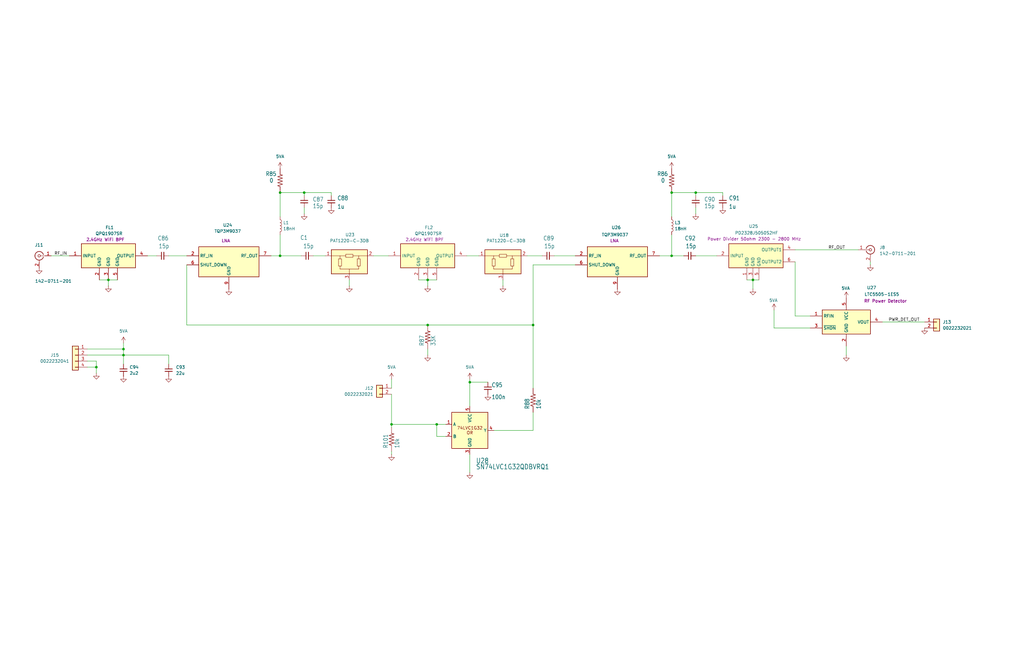
<source format=kicad_sch>
(kicad_sch
	(version 20231120)
	(generator "eeschema")
	(generator_version "8.0")
	(uuid "7b213b9d-ec60-40bb-9d89-aeb6916c3ceb")
	(paper "B")
	(title_block
		(title "Oresat DxWifi Card")
	)
	(lib_symbols
		(symbol "Connector:Conn_Coaxial"
			(pin_names
				(offset 1.016) hide)
			(exclude_from_sim no)
			(in_bom yes)
			(on_board yes)
			(property "Reference" "J"
				(at 0.254 3.048 0)
				(effects
					(font
						(size 1.27 1.27)
					)
				)
			)
			(property "Value" "Conn_Coaxial"
				(at 2.921 0 90)
				(effects
					(font
						(size 1.27 1.27)
					)
				)
			)
			(property "Footprint" ""
				(at 0 0 0)
				(effects
					(font
						(size 1.27 1.27)
					)
					(hide yes)
				)
			)
			(property "Datasheet" "~"
				(at 0 0 0)
				(effects
					(font
						(size 1.27 1.27)
					)
					(hide yes)
				)
			)
			(property "Description" "coaxial connector (BNC, SMA, SMB, SMC, Cinch/RCA, LEMO, ...)"
				(at 0 0 0)
				(effects
					(font
						(size 1.27 1.27)
					)
					(hide yes)
				)
			)
			(property "ki_keywords" "BNC SMA SMB SMC LEMO coaxial connector CINCH RCA MCX MMCX U.FL UMRF"
				(at 0 0 0)
				(effects
					(font
						(size 1.27 1.27)
					)
					(hide yes)
				)
			)
			(property "ki_fp_filters" "*BNC* *SMA* *SMB* *SMC* *Cinch* *LEMO* *UMRF* *MCX* *U.FL*"
				(at 0 0 0)
				(effects
					(font
						(size 1.27 1.27)
					)
					(hide yes)
				)
			)
			(symbol "Conn_Coaxial_0_1"
				(arc
					(start -1.778 -0.508)
					(mid 0.2311 -1.8066)
					(end 1.778 0)
					(stroke
						(width 0.254)
						(type default)
					)
					(fill
						(type none)
					)
				)
				(polyline
					(pts
						(xy -2.54 0) (xy -0.508 0)
					)
					(stroke
						(width 0)
						(type default)
					)
					(fill
						(type none)
					)
				)
				(polyline
					(pts
						(xy 0 -2.54) (xy 0 -1.778)
					)
					(stroke
						(width 0)
						(type default)
					)
					(fill
						(type none)
					)
				)
				(circle
					(center 0 0)
					(radius 0.508)
					(stroke
						(width 0.2032)
						(type default)
					)
					(fill
						(type none)
					)
				)
				(arc
					(start 1.778 0)
					(mid 0.2099 1.8101)
					(end -1.778 0.508)
					(stroke
						(width 0.254)
						(type default)
					)
					(fill
						(type none)
					)
				)
			)
			(symbol "Conn_Coaxial_1_1"
				(pin passive line
					(at -5.08 0 0)
					(length 2.54)
					(name "In"
						(effects
							(font
								(size 1.27 1.27)
							)
						)
					)
					(number "1"
						(effects
							(font
								(size 1.27 1.27)
							)
						)
					)
				)
				(pin passive line
					(at 0 -5.08 90)
					(length 2.54)
					(name "Ext"
						(effects
							(font
								(size 1.27 1.27)
							)
						)
					)
					(number "2"
						(effects
							(font
								(size 1.27 1.27)
							)
						)
					)
				)
			)
		)
		(symbol "Connector_Generic:Conn_01x02"
			(pin_names
				(offset 1.016) hide)
			(exclude_from_sim no)
			(in_bom yes)
			(on_board yes)
			(property "Reference" "J"
				(at 0 2.54 0)
				(effects
					(font
						(size 1.27 1.27)
					)
				)
			)
			(property "Value" "Conn_01x02"
				(at 0 -5.08 0)
				(effects
					(font
						(size 1.27 1.27)
					)
				)
			)
			(property "Footprint" ""
				(at 0 0 0)
				(effects
					(font
						(size 1.27 1.27)
					)
					(hide yes)
				)
			)
			(property "Datasheet" "~"
				(at 0 0 0)
				(effects
					(font
						(size 1.27 1.27)
					)
					(hide yes)
				)
			)
			(property "Description" "Generic connector, single row, 01x02, script generated (kicad-library-utils/schlib/autogen/connector/)"
				(at 0 0 0)
				(effects
					(font
						(size 1.27 1.27)
					)
					(hide yes)
				)
			)
			(property "ki_keywords" "connector"
				(at 0 0 0)
				(effects
					(font
						(size 1.27 1.27)
					)
					(hide yes)
				)
			)
			(property "ki_fp_filters" "Connector*:*_1x??_*"
				(at 0 0 0)
				(effects
					(font
						(size 1.27 1.27)
					)
					(hide yes)
				)
			)
			(symbol "Conn_01x02_1_1"
				(rectangle
					(start -1.27 -2.413)
					(end 0 -2.667)
					(stroke
						(width 0.1524)
						(type default)
					)
					(fill
						(type none)
					)
				)
				(rectangle
					(start -1.27 0.127)
					(end 0 -0.127)
					(stroke
						(width 0.1524)
						(type default)
					)
					(fill
						(type none)
					)
				)
				(rectangle
					(start -1.27 1.27)
					(end 1.27 -3.81)
					(stroke
						(width 0.254)
						(type default)
					)
					(fill
						(type background)
					)
				)
				(pin passive line
					(at -5.08 0 0)
					(length 3.81)
					(name "Pin_1"
						(effects
							(font
								(size 1.27 1.27)
							)
						)
					)
					(number "1"
						(effects
							(font
								(size 1.27 1.27)
							)
						)
					)
				)
				(pin passive line
					(at -5.08 -2.54 0)
					(length 3.81)
					(name "Pin_2"
						(effects
							(font
								(size 1.27 1.27)
							)
						)
					)
					(number "2"
						(effects
							(font
								(size 1.27 1.27)
							)
						)
					)
				)
			)
		)
		(symbol "Connector_Generic:Conn_01x04"
			(pin_names
				(offset 1.016) hide)
			(exclude_from_sim no)
			(in_bom yes)
			(on_board yes)
			(property "Reference" "J"
				(at 0 5.08 0)
				(effects
					(font
						(size 1.27 1.27)
					)
				)
			)
			(property "Value" "Conn_01x04"
				(at 0 -7.62 0)
				(effects
					(font
						(size 1.27 1.27)
					)
				)
			)
			(property "Footprint" ""
				(at 0 0 0)
				(effects
					(font
						(size 1.27 1.27)
					)
					(hide yes)
				)
			)
			(property "Datasheet" "~"
				(at 0 0 0)
				(effects
					(font
						(size 1.27 1.27)
					)
					(hide yes)
				)
			)
			(property "Description" "Generic connector, single row, 01x04, script generated (kicad-library-utils/schlib/autogen/connector/)"
				(at 0 0 0)
				(effects
					(font
						(size 1.27 1.27)
					)
					(hide yes)
				)
			)
			(property "ki_keywords" "connector"
				(at 0 0 0)
				(effects
					(font
						(size 1.27 1.27)
					)
					(hide yes)
				)
			)
			(property "ki_fp_filters" "Connector*:*_1x??_*"
				(at 0 0 0)
				(effects
					(font
						(size 1.27 1.27)
					)
					(hide yes)
				)
			)
			(symbol "Conn_01x04_1_1"
				(rectangle
					(start -1.27 -4.953)
					(end 0 -5.207)
					(stroke
						(width 0.1524)
						(type default)
					)
					(fill
						(type none)
					)
				)
				(rectangle
					(start -1.27 -2.413)
					(end 0 -2.667)
					(stroke
						(width 0.1524)
						(type default)
					)
					(fill
						(type none)
					)
				)
				(rectangle
					(start -1.27 0.127)
					(end 0 -0.127)
					(stroke
						(width 0.1524)
						(type default)
					)
					(fill
						(type none)
					)
				)
				(rectangle
					(start -1.27 2.667)
					(end 0 2.413)
					(stroke
						(width 0.1524)
						(type default)
					)
					(fill
						(type none)
					)
				)
				(rectangle
					(start -1.27 3.81)
					(end 1.27 -6.35)
					(stroke
						(width 0.254)
						(type default)
					)
					(fill
						(type background)
					)
				)
				(pin passive line
					(at -5.08 2.54 0)
					(length 3.81)
					(name "Pin_1"
						(effects
							(font
								(size 1.27 1.27)
							)
						)
					)
					(number "1"
						(effects
							(font
								(size 1.27 1.27)
							)
						)
					)
				)
				(pin passive line
					(at -5.08 0 0)
					(length 3.81)
					(name "Pin_2"
						(effects
							(font
								(size 1.27 1.27)
							)
						)
					)
					(number "2"
						(effects
							(font
								(size 1.27 1.27)
							)
						)
					)
				)
				(pin passive line
					(at -5.08 -2.54 0)
					(length 3.81)
					(name "Pin_3"
						(effects
							(font
								(size 1.27 1.27)
							)
						)
					)
					(number "3"
						(effects
							(font
								(size 1.27 1.27)
							)
						)
					)
				)
				(pin passive line
					(at -5.08 -5.08 0)
					(length 3.81)
					(name "Pin_4"
						(effects
							(font
								(size 1.27 1.27)
							)
						)
					)
					(number "4"
						(effects
							(font
								(size 1.27 1.27)
							)
						)
					)
				)
			)
		)
		(symbol "Device:C_Small"
			(pin_numbers hide)
			(pin_names
				(offset 0.254) hide)
			(exclude_from_sim no)
			(in_bom yes)
			(on_board yes)
			(property "Reference" "C"
				(at 0.254 1.778 0)
				(effects
					(font
						(size 1.27 1.27)
					)
					(justify left)
				)
			)
			(property "Value" "C_Small"
				(at 0.254 -2.032 0)
				(effects
					(font
						(size 1.27 1.27)
					)
					(justify left)
				)
			)
			(property "Footprint" ""
				(at 0 0 0)
				(effects
					(font
						(size 1.27 1.27)
					)
					(hide yes)
				)
			)
			(property "Datasheet" "~"
				(at 0 0 0)
				(effects
					(font
						(size 1.27 1.27)
					)
					(hide yes)
				)
			)
			(property "Description" "Unpolarized capacitor, small symbol"
				(at 0 0 0)
				(effects
					(font
						(size 1.27 1.27)
					)
					(hide yes)
				)
			)
			(property "ki_keywords" "capacitor cap"
				(at 0 0 0)
				(effects
					(font
						(size 1.27 1.27)
					)
					(hide yes)
				)
			)
			(property "ki_fp_filters" "C_*"
				(at 0 0 0)
				(effects
					(font
						(size 1.27 1.27)
					)
					(hide yes)
				)
			)
			(symbol "C_Small_0_1"
				(polyline
					(pts
						(xy -1.524 -0.508) (xy 1.524 -0.508)
					)
					(stroke
						(width 0.3302)
						(type default)
					)
					(fill
						(type none)
					)
				)
				(polyline
					(pts
						(xy -1.524 0.508) (xy 1.524 0.508)
					)
					(stroke
						(width 0.3048)
						(type default)
					)
					(fill
						(type none)
					)
				)
			)
			(symbol "C_Small_1_1"
				(pin passive line
					(at 0 2.54 270)
					(length 2.032)
					(name "~"
						(effects
							(font
								(size 1.27 1.27)
							)
						)
					)
					(number "1"
						(effects
							(font
								(size 1.27 1.27)
							)
						)
					)
				)
				(pin passive line
					(at 0 -2.54 90)
					(length 2.032)
					(name "~"
						(effects
							(font
								(size 1.27 1.27)
							)
						)
					)
					(number "2"
						(effects
							(font
								(size 1.27 1.27)
							)
						)
					)
				)
			)
		)
		(symbol "Device:L"
			(pin_numbers hide)
			(pin_names
				(offset 1.016) hide)
			(exclude_from_sim no)
			(in_bom yes)
			(on_board yes)
			(property "Reference" "L"
				(at -1.27 0 90)
				(effects
					(font
						(size 1.27 1.27)
					)
				)
			)
			(property "Value" "L"
				(at 1.905 0 90)
				(effects
					(font
						(size 1.27 1.27)
					)
				)
			)
			(property "Footprint" ""
				(at 0 0 0)
				(effects
					(font
						(size 1.27 1.27)
					)
					(hide yes)
				)
			)
			(property "Datasheet" "~"
				(at 0 0 0)
				(effects
					(font
						(size 1.27 1.27)
					)
					(hide yes)
				)
			)
			(property "Description" "Inductor"
				(at 0 0 0)
				(effects
					(font
						(size 1.27 1.27)
					)
					(hide yes)
				)
			)
			(property "ki_keywords" "inductor choke coil reactor magnetic"
				(at 0 0 0)
				(effects
					(font
						(size 1.27 1.27)
					)
					(hide yes)
				)
			)
			(property "ki_fp_filters" "Choke_* *Coil* Inductor_* L_*"
				(at 0 0 0)
				(effects
					(font
						(size 1.27 1.27)
					)
					(hide yes)
				)
			)
			(symbol "L_0_1"
				(arc
					(start 0 -2.54)
					(mid 0.6323 -1.905)
					(end 0 -1.27)
					(stroke
						(width 0)
						(type default)
					)
					(fill
						(type none)
					)
				)
				(arc
					(start 0 -1.27)
					(mid 0.6323 -0.635)
					(end 0 0)
					(stroke
						(width 0)
						(type default)
					)
					(fill
						(type none)
					)
				)
				(arc
					(start 0 0)
					(mid 0.6323 0.635)
					(end 0 1.27)
					(stroke
						(width 0)
						(type default)
					)
					(fill
						(type none)
					)
				)
				(arc
					(start 0 1.27)
					(mid 0.6323 1.905)
					(end 0 2.54)
					(stroke
						(width 0)
						(type default)
					)
					(fill
						(type none)
					)
				)
			)
			(symbol "L_1_1"
				(pin passive line
					(at 0 3.81 270)
					(length 1.27)
					(name "1"
						(effects
							(font
								(size 1.27 1.27)
							)
						)
					)
					(number "1"
						(effects
							(font
								(size 1.27 1.27)
							)
						)
					)
				)
				(pin passive line
					(at 0 -3.81 90)
					(length 1.27)
					(name "2"
						(effects
							(font
								(size 1.27 1.27)
							)
						)
					)
					(number "2"
						(effects
							(font
								(size 1.27 1.27)
							)
						)
					)
				)
			)
		)
		(symbol "RF:PAT1220-C-3DB"
			(exclude_from_sim no)
			(in_bom yes)
			(on_board yes)
			(property "Reference" "U"
				(at -6.35 6.35 0)
				(effects
					(font
						(size 1.27 1.27)
					)
				)
			)
			(property "Value" "PAT1220-C-3DB"
				(at 5.08 6.35 0)
				(effects
					(font
						(size 1.27 1.27)
					)
				)
			)
			(property "Footprint" "RF_Converter:RF_Attenuator_Susumu_PAT1220"
				(at 0 0 0)
				(effects
					(font
						(size 1.27 1.27)
					)
					(hide yes)
				)
			)
			(property "Datasheet" "https://www.susumu.co.jp/common/pdf/n_catalog_partition16_en.pdf"
				(at -6.35 6.35 0)
				(effects
					(font
						(size 1.27 1.27)
					)
					(hide yes)
				)
			)
			(property "Description" "10GHz RF Attenuator, 50ohm Matched Impedance, 3dB Attenuation, PAT1220"
				(at 0 0 0)
				(effects
					(font
						(size 1.27 1.27)
					)
					(hide yes)
				)
			)
			(property "ki_keywords" "RF attenuator"
				(at 0 0 0)
				(effects
					(font
						(size 1.27 1.27)
					)
					(hide yes)
				)
			)
			(property "ki_fp_filters" "RF*Attenuator*Susumu*PAT1220*"
				(at 0 0 0)
				(effects
					(font
						(size 1.27 1.27)
					)
					(hide yes)
				)
			)
			(symbol "PAT1220-C-3DB_0_1"
				(rectangle
					(start -7.62 5.08)
					(end 7.62 -5.08)
					(stroke
						(width 0.254)
						(type default)
					)
					(fill
						(type background)
					)
				)
				(polyline
					(pts
						(xy -3.937 -3.048) (xy 3.937 -3.048)
					)
					(stroke
						(width 0)
						(type default)
					)
					(fill
						(type none)
					)
				)
				(polyline
					(pts
						(xy -3.937 1.27) (xy -3.937 2.54)
					)
					(stroke
						(width 0)
						(type default)
					)
					(fill
						(type none)
					)
				)
				(polyline
					(pts
						(xy -1.524 2.54) (xy -7.62 2.54)
					)
					(stroke
						(width 0)
						(type default)
					)
					(fill
						(type none)
					)
				)
				(polyline
					(pts
						(xy 0 -5.08) (xy 0 -3.048)
					)
					(stroke
						(width 0)
						(type default)
					)
					(fill
						(type none)
					)
				)
				(polyline
					(pts
						(xy 3.937 1.27) (xy 3.937 2.54)
					)
					(stroke
						(width 0)
						(type default)
					)
					(fill
						(type none)
					)
				)
				(pin passive line
					(at 0 -7.62 90)
					(length 2.54)
					(name "~"
						(effects
							(font
								(size 1.27 1.27)
							)
						)
					)
					(number "3"
						(effects
							(font
								(size 1.27 1.27)
							)
						)
					)
				)
			)
			(symbol "PAT1220-C-3DB_1_1"
				(rectangle
					(start -4.572 -1.778)
					(end -3.302 1.27)
					(stroke
						(width 0)
						(type default)
					)
					(fill
						(type none)
					)
				)
				(rectangle
					(start -1.524 3.175)
					(end 1.524 1.905)
					(stroke
						(width 0)
						(type default)
					)
					(fill
						(type none)
					)
				)
				(polyline
					(pts
						(xy -3.937 -3.048) (xy -3.937 -1.778)
					)
					(stroke
						(width 0)
						(type default)
					)
					(fill
						(type none)
					)
				)
				(polyline
					(pts
						(xy 3.937 -3.048) (xy 3.937 -1.778)
					)
					(stroke
						(width 0)
						(type default)
					)
					(fill
						(type none)
					)
				)
				(polyline
					(pts
						(xy 7.62 2.54) (xy 1.524 2.54)
					)
					(stroke
						(width 0)
						(type default)
					)
					(fill
						(type none)
					)
				)
				(rectangle
					(start 3.302 -1.778)
					(end 4.572 1.27)
					(stroke
						(width 0)
						(type default)
					)
					(fill
						(type none)
					)
				)
				(pin passive line
					(at -10.16 2.54 0)
					(length 2.54)
					(name "~"
						(effects
							(font
								(size 1.27 1.27)
							)
						)
					)
					(number "1"
						(effects
							(font
								(size 1.27 1.27)
							)
						)
					)
				)
				(pin passive line
					(at 10.16 2.54 180)
					(length 2.54)
					(name "~"
						(effects
							(font
								(size 1.27 1.27)
							)
						)
					)
					(number "2"
						(effects
							(font
								(size 1.27 1.27)
							)
						)
					)
				)
			)
		)
		(symbol "oresat-ics:LTC5505-1ES5_RF_Power_Detector"
			(exclude_from_sim no)
			(in_bom yes)
			(on_board yes)
			(property "Reference" "U27"
				(at 25.908 11.938 0)
				(effects
					(font
						(size 1.27 1.27)
					)
				)
			)
			(property "Value" "LTC5505-1ES5_RF_Power_Detector"
				(at 30.226 9.144 0)
				(effects
					(font
						(size 1.27 1.27)
					)
				)
			)
			(property "Footprint" "SOT95P280X100-5N"
				(at 26.67 -94.92 0)
				(effects
					(font
						(size 1.27 1.27)
					)
					(justify left top)
					(hide yes)
				)
			)
			(property "Datasheet" "https://www.analog.com/media/en/technical-documentation/data-sheets/5505f.pdf"
				(at 26.67 -194.92 0)
				(effects
					(font
						(size 1.27 1.27)
					)
					(justify left top)
					(hide yes)
				)
			)
			(property "Description" "RF Power Detector"
				(at 31.75 6.35 0)
				(effects
					(font
						(size 1.27 1.27)
					)
				)
			)
			(property "Height" "1"
				(at 26.67 -394.92 0)
				(effects
					(font
						(size 1.27 1.27)
					)
					(justify left top)
					(hide yes)
				)
			)
			(property "MFR" "Analog Devices"
				(at 26.67 -494.92 0)
				(effects
					(font
						(size 1.27 1.27)
					)
					(justify left top)
					(hide yes)
				)
			)
			(property "MPN" "LTC5505-1ES5#TRMPBF"
				(at 26.67 -594.92 0)
				(effects
					(font
						(size 1.27 1.27)
					)
					(justify left top)
					(hide yes)
				)
			)
			(property "Mouser Part Number" "584-C5505-1ES5TRMPBF"
				(at 26.67 -694.92 0)
				(effects
					(font
						(size 1.27 1.27)
					)
					(justify left top)
					(hide yes)
				)
			)
			(property "Mouser Price/Stock" "https://www.mouser.co.uk/ProductDetail/Analog-Devices/LTC5505-1ES5TRMPBF?qs=hVkxg5c3xu8e2Y9nZBZ%2FcQ%3D%3D"
				(at 26.67 -794.92 0)
				(effects
					(font
						(size 1.27 1.27)
					)
					(justify left top)
					(hide yes)
				)
			)
			(symbol "LTC5505-1ES5_RF_Power_Detector_1_1"
				(rectangle
					(start 5.08 2.54)
					(end 25.4 -7.62)
					(stroke
						(width 0.254)
						(type default)
					)
					(fill
						(type background)
					)
				)
				(pin input line
					(at 0 0 0)
					(length 5.08)
					(name "RFIN"
						(effects
							(font
								(size 1.27 1.27)
							)
						)
					)
					(number "1"
						(effects
							(font
								(size 1.27 1.27)
							)
						)
					)
				)
				(pin power_in line
					(at 15.24 -12.7 90)
					(length 5.08)
					(name "GND"
						(effects
							(font
								(size 1.27 1.27)
							)
						)
					)
					(number "2"
						(effects
							(font
								(size 1.27 1.27)
							)
						)
					)
				)
				(pin passive line
					(at 0 -5.08 0)
					(length 5.08)
					(name "~{SHDN}"
						(effects
							(font
								(size 1.27 1.27)
							)
						)
					)
					(number "3"
						(effects
							(font
								(size 1.27 1.27)
							)
						)
					)
				)
				(pin output line
					(at 30.48 -2.54 180)
					(length 5.08)
					(name "VOUT"
						(effects
							(font
								(size 1.27 1.27)
							)
						)
					)
					(number "4"
						(effects
							(font
								(size 1.27 1.27)
							)
						)
					)
				)
				(pin power_in line
					(at 15.24 7.62 270)
					(length 5.08)
					(name "VCC"
						(effects
							(font
								(size 1.27 1.27)
							)
						)
					)
					(number "5"
						(effects
							(font
								(size 1.27 1.27)
							)
						)
					)
				)
			)
		)
		(symbol "oresat-ics:PD2328J5050S2HF"
			(exclude_from_sim no)
			(in_bom yes)
			(on_board yes)
			(property "Reference" "U25"
				(at 15.494 9.906 0)
				(effects
					(font
						(size 1.27 1.27)
					)
				)
			)
			(property "Value" "PD2328J5050S2HF"
				(at 16.764 7.112 0)
				(effects
					(font
						(size 1.27 1.27)
					)
				)
			)
			(property "Footprint" "PD2328J5050S2HF"
				(at 29.21 -94.92 0)
				(effects
					(font
						(size 1.27 1.27)
					)
					(justify left top)
					(hide yes)
				)
			)
			(property "Datasheet" "https://cdn.ttm.com/repository/products/wireless-xinger/power-dividers/PD2328J5050S2HF/PD2328J5050S2HF.pdf"
				(at 29.21 -194.92 0)
				(effects
					(font
						(size 1.27 1.27)
					)
					(justify left top)
					(hide yes)
				)
			)
			(property "Description" "Power Divider 50ohm 2300 - 2800 MHz"
				(at 15.748 4.572 0)
				(effects
					(font
						(size 1.27 1.27)
					)
				)
			)
			(property "Height" "0.58"
				(at 29.21 -394.92 0)
				(effects
					(font
						(size 1.27 1.27)
					)
					(justify left top)
					(hide yes)
				)
			)
			(property "MFR" "ANAREN"
				(at 29.21 -494.92 0)
				(effects
					(font
						(size 1.27 1.27)
					)
					(justify left top)
					(hide yes)
				)
			)
			(property "MPN" "PD2328J5050S2HF"
				(at 29.21 -594.92 0)
				(effects
					(font
						(size 1.27 1.27)
					)
					(justify left top)
					(hide yes)
				)
			)
			(property "Mouser Part Number" "620-PD2328J5050S2HF"
				(at 29.21 -694.92 0)
				(effects
					(font
						(size 1.27 1.27)
					)
					(justify left top)
					(hide yes)
				)
			)
			(property "Mouser Price/Stock" "https://www.mouser.co.uk/ProductDetail/Anaren/PD2328J5050S2HF?qs=61pwXRo0i5ghxO%2FqzA2OdA%3D%3D"
				(at 29.21 -794.92 0)
				(effects
					(font
						(size 1.27 1.27)
					)
					(justify left top)
					(hide yes)
				)
			)
			(symbol "PD2328J5050S2HF_1_1"
				(rectangle
					(start 5.08 2.54)
					(end 27.94 -7.62)
					(stroke
						(width 0.254)
						(type default)
					)
					(fill
						(type background)
					)
				)
				(pin passive line
					(at 12.7 -12.7 90)
					(length 5.08)
					(name "GND"
						(effects
							(font
								(size 1.27 1.27)
							)
						)
					)
					(number "1"
						(effects
							(font
								(size 1.27 1.27)
							)
						)
					)
				)
				(pin passive line
					(at 0 -2.54 0)
					(length 5.08)
					(name "INPUT"
						(effects
							(font
								(size 1.27 1.27)
							)
						)
					)
					(number "2"
						(effects
							(font
								(size 1.27 1.27)
							)
						)
					)
				)
				(pin passive line
					(at 15.24 -12.7 90)
					(length 5.08)
					(name "GND"
						(effects
							(font
								(size 1.27 1.27)
							)
						)
					)
					(number "3"
						(effects
							(font
								(size 1.27 1.27)
							)
						)
					)
				)
				(pin passive line
					(at 33.02 0 180)
					(length 5.08)
					(name "OUTPUT1"
						(effects
							(font
								(size 1.27 1.27)
							)
						)
					)
					(number "4"
						(effects
							(font
								(size 1.27 1.27)
							)
						)
					)
				)
				(pin passive line
					(at 17.78 -12.7 90)
					(length 5.08)
					(name "GND"
						(effects
							(font
								(size 1.27 1.27)
							)
						)
					)
					(number "5"
						(effects
							(font
								(size 1.27 1.27)
							)
						)
					)
				)
				(pin passive line
					(at 33.02 -5.08 180)
					(length 5.08)
					(name "OUTPUT2"
						(effects
							(font
								(size 1.27 1.27)
							)
						)
					)
					(number "6"
						(effects
							(font
								(size 1.27 1.27)
							)
						)
					)
				)
			)
		)
		(symbol "oresat-ics:QPQ1907SR_2.4GHz_BPF"
			(exclude_from_sim no)
			(in_bom yes)
			(on_board yes)
			(property "Reference" "FL1"
				(at 17.018 9.398 0)
				(effects
					(font
						(size 1.27 1.27)
					)
				)
			)
			(property "Value" "QPQ1907SR_2.4GHz_BPF"
				(at 16.764 6.858 0)
				(effects
					(font
						(size 1.27 1.27)
					)
				)
			)
			(property "Footprint" "QPQ1907SR"
				(at 29.21 -94.92 0)
				(effects
					(font
						(size 1.27 1.27)
					)
					(justify left top)
					(hide yes)
				)
			)
			(property "Datasheet" "https://www.qorvo.com/products/d/da006450"
				(at 29.21 -194.92 0)
				(effects
					(font
						(size 1.27 1.27)
					)
					(justify left top)
					(hide yes)
				)
			)
			(property "Description" "2.4GHz WiFi BPF"
				(at 15.24 4.318 0)
				(effects
					(font
						(size 1.27 1.27)
					)
				)
			)
			(property "Height" "0.975"
				(at 29.21 -394.92 0)
				(effects
					(font
						(size 1.27 1.27)
					)
					(justify left top)
					(hide yes)
				)
			)
			(property "MFR" "Qorvo"
				(at 29.21 -494.92 0)
				(effects
					(font
						(size 1.27 1.27)
					)
					(justify left top)
					(hide yes)
				)
			)
			(property "MPN" "QPQ1907SR"
				(at 29.21 -594.92 0)
				(effects
					(font
						(size 1.27 1.27)
					)
					(justify left top)
					(hide yes)
				)
			)
			(symbol "QPQ1907SR_2.4GHz_BPF_1_1"
				(rectangle
					(start 5.08 2.54)
					(end 27.94 -7.62)
					(stroke
						(width 0.254)
						(type default)
					)
					(fill
						(type background)
					)
				)
				(pin passive line
					(at 0 -2.54 0)
					(length 5.08)
					(name "INPUT"
						(effects
							(font
								(size 1.27 1.27)
							)
						)
					)
					(number "1"
						(effects
							(font
								(size 1.27 1.27)
							)
						)
					)
				)
				(pin passive line
					(at 12.7 -12.7 90)
					(length 5.08)
					(name "GND"
						(effects
							(font
								(size 1.27 1.27)
							)
						)
					)
					(number "2"
						(effects
							(font
								(size 1.27 1.27)
							)
						)
					)
				)
				(pin passive line
					(at 16.51 -12.7 90)
					(length 5.08)
					(name "GND"
						(effects
							(font
								(size 1.27 1.27)
							)
						)
					)
					(number "3"
						(effects
							(font
								(size 1.27 1.27)
							)
						)
					)
				)
				(pin passive line
					(at 33.02 -2.54 180)
					(length 5.08)
					(name "OUTPUT"
						(effects
							(font
								(size 1.27 1.27)
							)
						)
					)
					(number "4"
						(effects
							(font
								(size 1.27 1.27)
							)
						)
					)
				)
				(pin passive line
					(at 20.32 -12.7 90)
					(length 5.08)
					(name "GND"
						(effects
							(font
								(size 1.27 1.27)
							)
						)
					)
					(number "5"
						(effects
							(font
								(size 1.27 1.27)
							)
						)
					)
				)
			)
		)
		(symbol "oresat-ics:SN74LVC1G32QDBVRQ1"
			(exclude_from_sim no)
			(in_bom yes)
			(on_board yes)
			(property "Reference" "U"
				(at -6.35 8.89 0)
				(effects
					(font
						(size 1.27 1.27)
					)
				)
			)
			(property "Value" "SN74LVC1G32QDBVRQ1"
				(at 11.43 -8.89 0)
				(effects
					(font
						(size 1.27 1.27)
					)
				)
			)
			(property "Footprint" ""
				(at 0 5.08 0)
				(effects
					(font
						(size 1.27 1.27)
					)
					(hide yes)
				)
			)
			(property "Datasheet" ""
				(at 0 5.08 0)
				(effects
					(font
						(size 1.27 1.27)
					)
					(hide yes)
				)
			)
			(property "Description" ""
				(at 0 0 0)
				(effects
					(font
						(size 1.27 1.27)
					)
					(hide yes)
				)
			)
			(symbol "SN74LVC1G32QDBVRQ1_0_1"
				(text "74LVC1G32\nOR"
					(at 0 0 0)
					(effects
						(font
							(size 1.27 1.27)
						)
					)
				)
			)
			(symbol "SN74LVC1G32QDBVRQ1_1_1"
				(rectangle
					(start -7.62 7.62)
					(end 7.62 -7.62)
					(stroke
						(width 0.254)
						(type default)
					)
					(fill
						(type background)
					)
				)
				(pin input line
					(at -10.16 2.54 0)
					(length 2.54)
					(name "A"
						(effects
							(font
								(size 1.27 1.27)
							)
						)
					)
					(number "1"
						(effects
							(font
								(size 1.27 1.27)
							)
						)
					)
				)
				(pin input line
					(at -10.16 -2.54 0)
					(length 2.54)
					(name "B"
						(effects
							(font
								(size 1.27 1.27)
							)
						)
					)
					(number "2"
						(effects
							(font
								(size 1.27 1.27)
							)
						)
					)
				)
				(pin power_in line
					(at 0 -10.16 90)
					(length 2.54)
					(name "GND"
						(effects
							(font
								(size 1.27 1.27)
							)
						)
					)
					(number "3"
						(effects
							(font
								(size 1.27 1.27)
							)
						)
					)
				)
				(pin output line
					(at 10.16 0 180)
					(length 2.54)
					(name "Y"
						(effects
							(font
								(size 1.27 1.27)
							)
						)
					)
					(number "4"
						(effects
							(font
								(size 1.27 1.27)
							)
						)
					)
				)
				(pin power_in line
					(at 0 10.16 270)
					(length 2.54)
					(name "VCC"
						(effects
							(font
								(size 1.27 1.27)
							)
						)
					)
					(number "5"
						(effects
							(font
								(size 1.27 1.27)
							)
						)
					)
				)
			)
		)
		(symbol "oresat-ics:TQP3M9037_1"
			(exclude_from_sim no)
			(in_bom yes)
			(on_board yes)
			(property "Reference" "U26"
				(at 17.272 -4.572 0)
				(effects
					(font
						(size 1.27 1.27)
					)
				)
			)
			(property "Value" "TQP3M9037"
				(at 16.764 -7.62 0)
				(effects
					(font
						(size 1.27 1.27)
					)
				)
			)
			(property "Footprint" "SON50P200X200X95-9N-D"
				(at 31.75 -94.92 0)
				(effects
					(font
						(size 1.27 1.27)
					)
					(justify left top)
					(hide yes)
				)
			)
			(property "Datasheet" "https://www.qorvo.com/products/d/da005549"
				(at 31.75 -194.92 0)
				(effects
					(font
						(size 1.27 1.27)
					)
					(justify left top)
					(hide yes)
				)
			)
			(property "Description" "LNA"
				(at 16.51 -10.16 0)
				(effects
					(font
						(size 1.27 1.27)
					)
				)
			)
			(property "Height" "0.95"
				(at 31.75 -394.92 0)
				(effects
					(font
						(size 1.27 1.27)
					)
					(justify left top)
					(hide yes)
				)
			)
			(property "MFR" "Qorvo"
				(at 31.75 -494.92 0)
				(effects
					(font
						(size 1.27 1.27)
					)
					(justify left top)
					(hide yes)
				)
			)
			(property "MPN" "TQP3M9037"
				(at 31.75 -594.92 0)
				(effects
					(font
						(size 1.27 1.27)
					)
					(justify left top)
					(hide yes)
				)
			)
			(property "Mouser Part Number" "772-TQP3M9037"
				(at 31.75 -694.92 0)
				(effects
					(font
						(size 1.27 1.27)
					)
					(justify left top)
					(hide yes)
				)
			)
			(property "Mouser Price/Stock" "https://www.mouser.co.uk/ProductDetail/Qorvo/TQP3M9037?qs=73ok1p1Z9vsY6%252BSqiDpCeg%3D%3D"
				(at 31.75 -794.92 0)
				(effects
					(font
						(size 1.27 1.27)
					)
					(justify left top)
					(hide yes)
				)
			)
			(property "Arrow Part Number" ""
				(at 31.75 -894.92 0)
				(effects
					(font
						(size 1.27 1.27)
					)
					(justify left top)
					(hide yes)
				)
			)
			(property "Arrow Price/Stock" ""
				(at 31.75 -994.92 0)
				(effects
					(font
						(size 1.27 1.27)
					)
					(justify left top)
					(hide yes)
				)
			)
			(symbol "TQP3M9037_1_1_1"
				(rectangle
					(start 5.08 -12.7)
					(end 30.48 -25.4)
					(stroke
						(width 0.254)
						(type default)
					)
					(fill
						(type background)
					)
				)
				(pin no_connect line
					(at 29.21 -30.48 90)
					(length 5.08) hide
					(name "NC_1"
						(effects
							(font
								(size 1.27 1.27)
							)
						)
					)
					(number "1"
						(effects
							(font
								(size 1.27 1.27)
							)
						)
					)
				)
				(pin passive line
					(at 0 -16.51 0)
					(length 5.08)
					(name "RF_IN"
						(effects
							(font
								(size 1.27 1.27)
							)
						)
					)
					(number "2"
						(effects
							(font
								(size 1.27 1.27)
							)
						)
					)
				)
				(pin no_connect line
					(at 25.4 -30.48 90)
					(length 5.08) hide
					(name "NC_2"
						(effects
							(font
								(size 1.27 1.27)
							)
						)
					)
					(number "3"
						(effects
							(font
								(size 1.27 1.27)
							)
						)
					)
				)
				(pin no_connect line
					(at 22.86 -30.48 90)
					(length 5.08) hide
					(name "NC_3"
						(effects
							(font
								(size 1.27 1.27)
							)
						)
					)
					(number "4"
						(effects
							(font
								(size 1.27 1.27)
							)
						)
					)
				)
				(pin no_connect line
					(at 35.56 -21.59 180)
					(length 5.08) hide
					(name "NC_4"
						(effects
							(font
								(size 1.27 1.27)
							)
						)
					)
					(number "5"
						(effects
							(font
								(size 1.27 1.27)
							)
						)
					)
				)
				(pin passive line
					(at 0 -20.32 0)
					(length 5.08)
					(name "SHUT_DOWN"
						(effects
							(font
								(size 1.27 1.27)
							)
						)
					)
					(number "6"
						(effects
							(font
								(size 1.27 1.27)
							)
						)
					)
				)
				(pin passive line
					(at 35.56 -16.51 180)
					(length 5.08)
					(name "RF_OUT"
						(effects
							(font
								(size 1.27 1.27)
							)
						)
					)
					(number "7"
						(effects
							(font
								(size 1.27 1.27)
							)
						)
					)
				)
				(pin no_connect line
					(at 35.56 -24.13 180)
					(length 5.08) hide
					(name "NC_5"
						(effects
							(font
								(size 1.27 1.27)
							)
						)
					)
					(number "8"
						(effects
							(font
								(size 1.27 1.27)
							)
						)
					)
				)
				(pin passive line
					(at 17.78 -30.48 90)
					(length 5.08)
					(name "GND"
						(effects
							(font
								(size 1.27 1.27)
							)
						)
					)
					(number "9"
						(effects
							(font
								(size 1.27 1.27)
							)
						)
					)
				)
			)
		)
		(symbol "oresat-passives:R-US"
			(exclude_from_sim no)
			(in_bom yes)
			(on_board yes)
			(property "Reference" "R"
				(at 0 2.54 0)
				(effects
					(font
						(size 1.27 1.27)
					)
				)
			)
			(property "Value" ""
				(at 0 0 0)
				(effects
					(font
						(size 1.27 1.27)
					)
				)
			)
			(property "Footprint" ""
				(at 0 0 0)
				(effects
					(font
						(size 1.27 1.27)
					)
					(hide yes)
				)
			)
			(property "Datasheet" ""
				(at 0 0 0)
				(effects
					(font
						(size 1.27 1.27)
					)
					(hide yes)
				)
			)
			(property "Description" ""
				(at 0 0 0)
				(effects
					(font
						(size 1.27 1.27)
					)
					(hide yes)
				)
			)
			(symbol "R-US_1_0"
				(polyline
					(pts
						(xy -2.54 0) (xy -2.159 1.016)
					)
					(stroke
						(width 0.2032)
						(type default)
					)
					(fill
						(type none)
					)
				)
				(polyline
					(pts
						(xy -2.159 1.016) (xy -1.524 -1.016)
					)
					(stroke
						(width 0.2032)
						(type default)
					)
					(fill
						(type none)
					)
				)
				(polyline
					(pts
						(xy -1.524 -1.016) (xy -0.889 1.016)
					)
					(stroke
						(width 0.2032)
						(type default)
					)
					(fill
						(type none)
					)
				)
				(polyline
					(pts
						(xy -0.889 1.016) (xy -0.254 -1.016)
					)
					(stroke
						(width 0.2032)
						(type default)
					)
					(fill
						(type none)
					)
				)
				(polyline
					(pts
						(xy -0.254 -1.016) (xy 0.381 1.016)
					)
					(stroke
						(width 0.2032)
						(type default)
					)
					(fill
						(type none)
					)
				)
				(polyline
					(pts
						(xy 0.381 1.016) (xy 1.016 -1.016)
					)
					(stroke
						(width 0.2032)
						(type default)
					)
					(fill
						(type none)
					)
				)
				(polyline
					(pts
						(xy 1.016 -1.016) (xy 1.651 1.016)
					)
					(stroke
						(width 0.2032)
						(type default)
					)
					(fill
						(type none)
					)
				)
				(polyline
					(pts
						(xy 1.651 1.016) (xy 2.286 -1.016)
					)
					(stroke
						(width 0.2032)
						(type default)
					)
					(fill
						(type none)
					)
				)
				(polyline
					(pts
						(xy 2.286 -1.016) (xy 2.54 0)
					)
					(stroke
						(width 0.2032)
						(type default)
					)
					(fill
						(type none)
					)
				)
				(pin passive line
					(at -5.08 0 0)
					(length 2.54)
					(name "1"
						(effects
							(font
								(size 0 0)
							)
						)
					)
					(number "1"
						(effects
							(font
								(size 0 0)
							)
						)
					)
				)
				(pin passive line
					(at 5.08 0 180)
					(length 2.54)
					(name "2"
						(effects
							(font
								(size 0 0)
							)
						)
					)
					(number "2"
						(effects
							(font
								(size 0 0)
							)
						)
					)
				)
			)
		)
		(symbol "oresat-power:5VA"
			(power)
			(pin_names
				(offset 0)
			)
			(exclude_from_sim no)
			(in_bom yes)
			(on_board yes)
			(property "Reference" "#5VA"
				(at 0 -3.81 0)
				(effects
					(font
						(size 1.27 1.27)
					)
					(hide yes)
				)
			)
			(property "Value" "5VA"
				(at 0 3.556 0)
				(effects
					(font
						(size 1.27 1.27)
					)
				)
			)
			(property "Footprint" ""
				(at 0 0 0)
				(effects
					(font
						(size 1.27 1.27)
					)
					(hide yes)
				)
			)
			(property "Datasheet" ""
				(at 0 0 0)
				(effects
					(font
						(size 1.27 1.27)
					)
					(hide yes)
				)
			)
			(property "Description" "Power symbol creates a global label with name \"5VA\""
				(at 0 0 0)
				(effects
					(font
						(size 1.27 1.27)
					)
					(hide yes)
				)
			)
			(property "ki_keywords" "power-flag"
				(at 0 0 0)
				(effects
					(font
						(size 1.27 1.27)
					)
					(hide yes)
				)
			)
			(symbol "5VA_0_1"
				(polyline
					(pts
						(xy -0.762 1.27) (xy 0 2.54)
					)
					(stroke
						(width 0)
						(type default)
					)
					(fill
						(type none)
					)
				)
				(polyline
					(pts
						(xy 0 0) (xy 0 2.54)
					)
					(stroke
						(width 0)
						(type default)
					)
					(fill
						(type none)
					)
				)
				(polyline
					(pts
						(xy 0 2.54) (xy 0.762 1.27)
					)
					(stroke
						(width 0)
						(type default)
					)
					(fill
						(type none)
					)
				)
			)
			(symbol "5VA_1_1"
				(pin power_in line
					(at 0 0 90)
					(length 0) hide
					(name "5VA"
						(effects
							(font
								(size 1.27 1.27)
							)
						)
					)
					(number "1"
						(effects
							(font
								(size 1.27 1.27)
							)
						)
					)
				)
			)
		)
		(symbol "power:GND"
			(power)
			(pin_numbers hide)
			(pin_names
				(offset 0) hide)
			(exclude_from_sim no)
			(in_bom yes)
			(on_board yes)
			(property "Reference" "#PWR"
				(at 0 -6.35 0)
				(effects
					(font
						(size 1.27 1.27)
					)
					(hide yes)
				)
			)
			(property "Value" "GND"
				(at 0 -3.81 0)
				(effects
					(font
						(size 1.27 1.27)
					)
				)
			)
			(property "Footprint" ""
				(at 0 0 0)
				(effects
					(font
						(size 1.27 1.27)
					)
					(hide yes)
				)
			)
			(property "Datasheet" ""
				(at 0 0 0)
				(effects
					(font
						(size 1.27 1.27)
					)
					(hide yes)
				)
			)
			(property "Description" "Power symbol creates a global label with name \"GND\" , ground"
				(at 0 0 0)
				(effects
					(font
						(size 1.27 1.27)
					)
					(hide yes)
				)
			)
			(property "ki_keywords" "global power"
				(at 0 0 0)
				(effects
					(font
						(size 1.27 1.27)
					)
					(hide yes)
				)
			)
			(symbol "GND_0_1"
				(polyline
					(pts
						(xy 0 0) (xy 0 -1.27) (xy 1.27 -1.27) (xy 0 -2.54) (xy -1.27 -1.27) (xy 0 -1.27)
					)
					(stroke
						(width 0)
						(type default)
					)
					(fill
						(type none)
					)
				)
			)
			(symbol "GND_1_1"
				(pin power_in line
					(at 0 0 270)
					(length 0)
					(name "~"
						(effects
							(font
								(size 1.27 1.27)
							)
						)
					)
					(number "1"
						(effects
							(font
								(size 1.27 1.27)
							)
						)
					)
				)
			)
		)
	)
	(junction
		(at 52.07 147.32)
		(diameter 0)
		(color 0 0 0 0)
		(uuid "1c7747b7-84ef-4190-8370-eb1bf72f7f04")
	)
	(junction
		(at 165.1 179.07)
		(diameter 0)
		(color 0 0 0 0)
		(uuid "2a386270-9c8e-4a2c-afdf-1761d4d30fd5")
	)
	(junction
		(at 184.15 179.07)
		(diameter 0)
		(color 0 0 0 0)
		(uuid "330a481f-13a3-4031-b156-1f199405a0ee")
	)
	(junction
		(at 283.21 107.95)
		(diameter 0)
		(color 0 0 0 0)
		(uuid "5f27fdf8-a332-432b-be23-ace4e60889b2")
	)
	(junction
		(at 198.12 161.29)
		(diameter 0)
		(color 0 0 0 0)
		(uuid "6c1130d3-be6f-4272-aa85-6a6555e2fa0a")
	)
	(junction
		(at 283.21 81.28)
		(diameter 0)
		(color 0 0 0 0)
		(uuid "6c9b9d6d-f28c-42a5-befd-96e41b2d3e88")
	)
	(junction
		(at 180.34 137.16)
		(diameter 0)
		(color 0 0 0 0)
		(uuid "6cd94c44-d149-4079-9820-3a3714e0bd62")
	)
	(junction
		(at 128.27 81.28)
		(diameter 0)
		(color 0 0 0 0)
		(uuid "7288aa50-f7e9-4c94-ab42-b3bf073e1a48")
	)
	(junction
		(at 118.11 107.95)
		(diameter 0)
		(color 0 0 0 0)
		(uuid "8e2bc331-07f4-41c6-a3ab-796624e0c2a6")
	)
	(junction
		(at 224.79 137.16)
		(diameter 0)
		(color 0 0 0 0)
		(uuid "9140bc89-0d39-464e-8de4-fc1bd64d3612")
	)
	(junction
		(at 180.34 118.11)
		(diameter 0)
		(color 0 0 0 0)
		(uuid "b12eacd9-ccab-4bc9-868d-31d25e1c14be")
	)
	(junction
		(at 45.72 118.11)
		(diameter 0)
		(color 0 0 0 0)
		(uuid "c9da18a1-08f4-4247-84ab-6d77a20187f9")
	)
	(junction
		(at 118.11 81.28)
		(diameter 0)
		(color 0 0 0 0)
		(uuid "d6b64b19-5c15-465e-9f6d-e9869299b45b")
	)
	(junction
		(at 40.64 154.94)
		(diameter 0)
		(color 0 0 0 0)
		(uuid "dea52c79-365a-4f2b-88b0-aef75b0af7d8")
	)
	(junction
		(at 317.5 118.11)
		(diameter 0)
		(color 0 0 0 0)
		(uuid "e3246d9b-3c14-4bc9-a559-c0143909f9d6")
	)
	(junction
		(at 52.07 149.86)
		(diameter 0)
		(color 0 0 0 0)
		(uuid "f2d9eaa9-59fe-4def-b6be-811368cdd2a4")
	)
	(junction
		(at 293.37 81.28)
		(diameter 0)
		(color 0 0 0 0)
		(uuid "fc190fc7-9967-4dcd-ab80-f452c6e01504")
	)
	(wire
		(pts
			(xy 208.28 181.61) (xy 224.79 181.61)
		)
		(stroke
			(width 0)
			(type default)
		)
		(uuid "00554975-9fa3-4a2a-8d1f-3221bad82f37")
	)
	(wire
		(pts
			(xy 165.1 166.37) (xy 165.1 179.07)
		)
		(stroke
			(width 0)
			(type default)
		)
		(uuid "071e3bc3-25d1-4dd8-ac43-e56e87755c28")
	)
	(wire
		(pts
			(xy 36.83 154.94) (xy 40.64 154.94)
		)
		(stroke
			(width 0)
			(type default)
		)
		(uuid "0e3e9e59-05de-42fb-b98d-9eec00d97ed7")
	)
	(wire
		(pts
			(xy 40.64 152.4) (xy 40.64 154.94)
		)
		(stroke
			(width 0)
			(type default)
		)
		(uuid "0ef5a971-2361-45e1-8606-3504939c81a2")
	)
	(wire
		(pts
			(xy 165.1 191.77) (xy 165.1 190.5)
		)
		(stroke
			(width 0)
			(type default)
		)
		(uuid "0f7e1e3f-dc78-44b9-83eb-508fc53d8088")
	)
	(wire
		(pts
			(xy 21.59 107.95) (xy 29.21 107.95)
		)
		(stroke
			(width 0)
			(type default)
		)
		(uuid "138d6721-e2a1-45ed-a8cb-39d3f6888a9c")
	)
	(wire
		(pts
			(xy 118.11 81.28) (xy 128.27 81.28)
		)
		(stroke
			(width 0)
			(type default)
		)
		(uuid "1e0a3bed-9276-4f99-b96c-ff3fb735abc2")
	)
	(wire
		(pts
			(xy 198.12 161.29) (xy 198.12 171.45)
		)
		(stroke
			(width 0)
			(type default)
		)
		(uuid "1e3f4236-2204-458d-a871-d1ba7723bc2b")
	)
	(wire
		(pts
			(xy 233.68 107.95) (xy 242.57 107.95)
		)
		(stroke
			(width 0)
			(type default)
		)
		(uuid "22583be2-50ae-4c5e-b50d-9120602043f6")
	)
	(wire
		(pts
			(xy 52.07 144.78) (xy 52.07 147.32)
		)
		(stroke
			(width 0)
			(type default)
		)
		(uuid "2381d9f1-d554-4ca9-9949-7709d9d3e6c7")
	)
	(wire
		(pts
			(xy 114.3 107.95) (xy 118.11 107.95)
		)
		(stroke
			(width 0)
			(type default)
		)
		(uuid "24a58af9-672d-4c60-8417-6ceee430db8f")
	)
	(wire
		(pts
			(xy 71.12 149.86) (xy 52.07 149.86)
		)
		(stroke
			(width 0)
			(type default)
		)
		(uuid "3074552f-a391-41eb-a811-dde205c4763c")
	)
	(wire
		(pts
			(xy 165.1 160.02) (xy 165.1 163.83)
		)
		(stroke
			(width 0)
			(type default)
		)
		(uuid "323e47bd-6f58-4c4c-b837-dd551d535b3e")
	)
	(wire
		(pts
			(xy 180.34 118.11) (xy 184.15 118.11)
		)
		(stroke
			(width 0)
			(type default)
		)
		(uuid "3d7639f7-bb08-413b-aff2-e318f824e4d8")
	)
	(wire
		(pts
			(xy 176.53 118.11) (xy 180.34 118.11)
		)
		(stroke
			(width 0)
			(type default)
		)
		(uuid "3e01ba40-5e64-433e-bb76-f3f67b530c7d")
	)
	(wire
		(pts
			(xy 187.96 184.15) (xy 184.15 184.15)
		)
		(stroke
			(width 0)
			(type default)
		)
		(uuid "3fda23fe-5be7-4884-80c2-3bf8d3f99c6c")
	)
	(wire
		(pts
			(xy 165.1 179.07) (xy 184.15 179.07)
		)
		(stroke
			(width 0)
			(type default)
		)
		(uuid "406b4fb9-740e-4f10-b412-75de0fa1ece8")
	)
	(wire
		(pts
			(xy 293.37 81.28) (xy 304.8 81.28)
		)
		(stroke
			(width 0)
			(type default)
		)
		(uuid "43ef0c2f-fbae-4279-81f4-0bbf3020c753")
	)
	(wire
		(pts
			(xy 304.8 81.28) (xy 304.8 82.55)
		)
		(stroke
			(width 0)
			(type default)
		)
		(uuid "46aabaa4-109a-438b-b34d-30802d973c1e")
	)
	(wire
		(pts
			(xy 52.07 149.86) (xy 52.07 153.67)
		)
		(stroke
			(width 0)
			(type default)
		)
		(uuid "46e976e8-5a54-435b-a34b-10b2e4759e57")
	)
	(wire
		(pts
			(xy 317.5 118.11) (xy 317.5 121.92)
		)
		(stroke
			(width 0)
			(type default)
		)
		(uuid "473040d7-53c6-4bef-99d1-13d52f952834")
	)
	(wire
		(pts
			(xy 45.72 118.11) (xy 45.72 120.65)
		)
		(stroke
			(width 0)
			(type default)
		)
		(uuid "4c6e42c3-6a40-4873-97fa-9026d4a15e2c")
	)
	(wire
		(pts
			(xy 224.79 111.76) (xy 242.57 111.76)
		)
		(stroke
			(width 0)
			(type default)
		)
		(uuid "4ed00d5d-6001-4de5-9f12-ba7a5d496375")
	)
	(wire
		(pts
			(xy 41.91 118.11) (xy 45.72 118.11)
		)
		(stroke
			(width 0)
			(type default)
		)
		(uuid "4edf87ba-37d1-4bc4-84c8-7d5927680180")
	)
	(wire
		(pts
			(xy 180.34 137.16) (xy 224.79 137.16)
		)
		(stroke
			(width 0)
			(type default)
		)
		(uuid "4f150193-72c2-4157-aac5-8ff345bd3563")
	)
	(wire
		(pts
			(xy 372.11 135.89) (xy 389.89 135.89)
		)
		(stroke
			(width 0)
			(type default)
		)
		(uuid "5350a529-7fe6-4676-8581-29ff91b34901")
	)
	(wire
		(pts
			(xy 78.74 137.16) (xy 180.34 137.16)
		)
		(stroke
			(width 0)
			(type default)
		)
		(uuid "574071ad-54ea-4bec-b8c9-0311af28ac29")
	)
	(wire
		(pts
			(xy 36.83 149.86) (xy 52.07 149.86)
		)
		(stroke
			(width 0)
			(type default)
		)
		(uuid "5aef18ba-2a2e-4a20-b400-db26253e42c0")
	)
	(wire
		(pts
			(xy 335.28 110.49) (xy 335.28 133.35)
		)
		(stroke
			(width 0)
			(type default)
		)
		(uuid "5b3da6f7-9330-4ff5-995f-18681d110b0a")
	)
	(wire
		(pts
			(xy 198.12 191.77) (xy 198.12 199.39)
		)
		(stroke
			(width 0)
			(type default)
		)
		(uuid "60a7a0e5-491b-435a-924c-4624e0ebb9be")
	)
	(wire
		(pts
			(xy 147.32 118.11) (xy 147.32 120.65)
		)
		(stroke
			(width 0)
			(type default)
		)
		(uuid "62ef028c-8d1b-4cac-b4a1-3dbdc3e81c7e")
	)
	(wire
		(pts
			(xy 198.12 160.02) (xy 198.12 161.29)
		)
		(stroke
			(width 0)
			(type default)
		)
		(uuid "634e3104-741f-4eba-ab40-079079f0542a")
	)
	(wire
		(pts
			(xy 184.15 184.15) (xy 184.15 179.07)
		)
		(stroke
			(width 0)
			(type default)
		)
		(uuid "66026a20-3b1f-4c46-bd5e-f2367fd09631")
	)
	(wire
		(pts
			(xy 293.37 81.28) (xy 293.37 82.55)
		)
		(stroke
			(width 0)
			(type default)
		)
		(uuid "685d9734-aea2-42fe-84c8-d0929c03ff0a")
	)
	(wire
		(pts
			(xy 367.03 111.76) (xy 367.03 110.49)
		)
		(stroke
			(width 0)
			(type default)
		)
		(uuid "6c8f3231-9c14-4853-9596-e2630793504c")
	)
	(wire
		(pts
			(xy 157.48 107.95) (xy 163.83 107.95)
		)
		(stroke
			(width 0)
			(type default)
		)
		(uuid "6e7dd6b3-143e-45ff-af3c-674236452cc1")
	)
	(wire
		(pts
			(xy 314.96 118.11) (xy 317.5 118.11)
		)
		(stroke
			(width 0)
			(type default)
		)
		(uuid "72bddb39-3900-43dc-869a-2e5cd3811449")
	)
	(wire
		(pts
			(xy 118.11 81.28) (xy 118.11 91.44)
		)
		(stroke
			(width 0)
			(type default)
		)
		(uuid "7306c803-c000-4b23-babd-f73e8833188d")
	)
	(wire
		(pts
			(xy 212.09 118.11) (xy 212.09 120.65)
		)
		(stroke
			(width 0)
			(type default)
		)
		(uuid "76fb845d-6a53-4398-91ff-3b654a127194")
	)
	(wire
		(pts
			(xy 52.07 147.32) (xy 52.07 149.86)
		)
		(stroke
			(width 0)
			(type default)
		)
		(uuid "8164051b-a802-4be3-b825-44dcea2912e1")
	)
	(wire
		(pts
			(xy 139.7 81.28) (xy 139.7 82.55)
		)
		(stroke
			(width 0)
			(type default)
		)
		(uuid "868923e2-d592-4661-8963-c5babc5b2905")
	)
	(wire
		(pts
			(xy 293.37 90.17) (xy 293.37 87.63)
		)
		(stroke
			(width 0)
			(type default)
		)
		(uuid "8867c0b7-84dd-4428-a467-5d076e0c6bc1")
	)
	(wire
		(pts
			(xy 180.34 149.86) (xy 180.34 147.32)
		)
		(stroke
			(width 0)
			(type default)
		)
		(uuid "8986d5d5-9745-4fc8-a8e8-10fe9be3694a")
	)
	(wire
		(pts
			(xy 198.12 161.29) (xy 205.74 161.29)
		)
		(stroke
			(width 0)
			(type default)
		)
		(uuid "8bec9fa9-9b8e-41ef-af96-6195f99dc144")
	)
	(wire
		(pts
			(xy 62.23 107.95) (xy 66.04 107.95)
		)
		(stroke
			(width 0)
			(type default)
		)
		(uuid "8dafef8b-1dda-4085-9a6b-53b3c4f78474")
	)
	(wire
		(pts
			(xy 165.1 179.07) (xy 165.1 180.34)
		)
		(stroke
			(width 0)
			(type default)
		)
		(uuid "91f2802d-fbff-4a23-a642-9039ed423efc")
	)
	(wire
		(pts
			(xy 222.25 107.95) (xy 228.6 107.95)
		)
		(stroke
			(width 0)
			(type default)
		)
		(uuid "934a189e-294b-4b34-b243-ec24d657e37d")
	)
	(wire
		(pts
			(xy 283.21 107.95) (xy 288.29 107.95)
		)
		(stroke
			(width 0)
			(type default)
		)
		(uuid "947b85ce-5e08-496b-9d49-dbcc83822d66")
	)
	(wire
		(pts
			(xy 278.13 107.95) (xy 283.21 107.95)
		)
		(stroke
			(width 0)
			(type default)
		)
		(uuid "954422f2-851a-40e1-88fe-e76adbf39b61")
	)
	(wire
		(pts
			(xy 128.27 81.28) (xy 128.27 82.55)
		)
		(stroke
			(width 0)
			(type default)
		)
		(uuid "969db747-55b2-47de-a9b5-ec407a16f01e")
	)
	(wire
		(pts
			(xy 283.21 81.28) (xy 293.37 81.28)
		)
		(stroke
			(width 0)
			(type default)
		)
		(uuid "9a9d2d5a-93da-4730-9b35-d65244391ab5")
	)
	(wire
		(pts
			(xy 341.63 138.43) (xy 326.39 138.43)
		)
		(stroke
			(width 0)
			(type default)
		)
		(uuid "9da63a93-22df-4b8c-8705-c2df7d5ffe19")
	)
	(wire
		(pts
			(xy 335.28 133.35) (xy 341.63 133.35)
		)
		(stroke
			(width 0)
			(type default)
		)
		(uuid "9eb9a1f1-c105-410e-8daa-e544d4451780")
	)
	(wire
		(pts
			(xy 71.12 107.95) (xy 78.74 107.95)
		)
		(stroke
			(width 0)
			(type default)
		)
		(uuid "9fa31d78-7061-408a-a569-af8ddf9dec1d")
	)
	(wire
		(pts
			(xy 36.83 147.32) (xy 52.07 147.32)
		)
		(stroke
			(width 0)
			(type default)
		)
		(uuid "ae4e6f18-0b77-49ea-aa8b-b57e443b5f64")
	)
	(wire
		(pts
			(xy 180.34 118.11) (xy 180.34 120.65)
		)
		(stroke
			(width 0)
			(type default)
		)
		(uuid "aee8d1f7-13fe-47ca-bc2c-856727167ca5")
	)
	(wire
		(pts
			(xy 184.15 179.07) (xy 187.96 179.07)
		)
		(stroke
			(width 0)
			(type default)
		)
		(uuid "afe45a3e-ca4b-462e-bd2e-043f18d3fcfa")
	)
	(wire
		(pts
			(xy 128.27 90.17) (xy 128.27 87.63)
		)
		(stroke
			(width 0)
			(type default)
		)
		(uuid "b197e296-37d5-4d3b-9d40-175c80cf3786")
	)
	(wire
		(pts
			(xy 45.72 118.11) (xy 49.53 118.11)
		)
		(stroke
			(width 0)
			(type default)
		)
		(uuid "b351ff04-34f6-4a7d-bda7-62d87665f9be")
	)
	(wire
		(pts
			(xy 293.37 107.95) (xy 302.26 107.95)
		)
		(stroke
			(width 0)
			(type default)
		)
		(uuid "b36e4d01-cd38-42b6-b2cc-87c73f25e839")
	)
	(wire
		(pts
			(xy 118.11 107.95) (xy 127 107.95)
		)
		(stroke
			(width 0)
			(type default)
		)
		(uuid "b902b635-4318-409a-b356-375547e583f9")
	)
	(wire
		(pts
			(xy 71.12 153.67) (xy 71.12 149.86)
		)
		(stroke
			(width 0)
			(type default)
		)
		(uuid "b99eefbb-4f79-4fe7-bf5e-eb02d4e26612")
	)
	(wire
		(pts
			(xy 118.11 99.06) (xy 118.11 107.95)
		)
		(stroke
			(width 0)
			(type default)
		)
		(uuid "bd2be964-6d28-452e-9b94-ebeac6e64fac")
	)
	(wire
		(pts
			(xy 283.21 99.06) (xy 283.21 107.95)
		)
		(stroke
			(width 0)
			(type default)
		)
		(uuid "c019e6e4-40da-4848-9c4b-e51cfa564e8c")
	)
	(wire
		(pts
			(xy 317.5 118.11) (xy 320.04 118.11)
		)
		(stroke
			(width 0)
			(type default)
		)
		(uuid "c140da83-f03d-4e05-b4a7-8a6159e440d7")
	)
	(wire
		(pts
			(xy 40.64 154.94) (xy 40.64 157.48)
		)
		(stroke
			(width 0)
			(type default)
		)
		(uuid "c27dea97-39f2-47d7-8b8e-5640daeb80d8")
	)
	(wire
		(pts
			(xy 335.28 105.41) (xy 361.95 105.41)
		)
		(stroke
			(width 0)
			(type default)
		)
		(uuid "c29aba61-25c0-4f15-aef6-bb89e5548bea")
	)
	(wire
		(pts
			(xy 196.85 107.95) (xy 201.93 107.95)
		)
		(stroke
			(width 0)
			(type default)
		)
		(uuid "d17d95ad-f489-4f41-aaed-f472b947cff3")
	)
	(wire
		(pts
			(xy 132.08 107.95) (xy 137.16 107.95)
		)
		(stroke
			(width 0)
			(type default)
		)
		(uuid "d48ca286-66c7-4ed5-be8a-49a5001ad540")
	)
	(wire
		(pts
			(xy 224.79 137.16) (xy 224.79 163.83)
		)
		(stroke
			(width 0)
			(type default)
		)
		(uuid "d83352be-2345-4006-ba9b-f4df9e642f82")
	)
	(wire
		(pts
			(xy 224.79 181.61) (xy 224.79 173.99)
		)
		(stroke
			(width 0)
			(type default)
		)
		(uuid "e2e77f9f-3699-4816-9b21-6d11b786ce80")
	)
	(wire
		(pts
			(xy 36.83 152.4) (xy 40.64 152.4)
		)
		(stroke
			(width 0)
			(type default)
		)
		(uuid "e608cd78-7769-49ea-b633-7753441c9b2b")
	)
	(wire
		(pts
			(xy 326.39 138.43) (xy 326.39 130.81)
		)
		(stroke
			(width 0)
			(type default)
		)
		(uuid "e8674993-dcc5-4109-a562-5f27e28a8646")
	)
	(wire
		(pts
			(xy 283.21 81.28) (xy 283.21 91.44)
		)
		(stroke
			(width 0)
			(type default)
		)
		(uuid "ec7c065d-db00-4664-a625-2a5f3ab68539")
	)
	(wire
		(pts
			(xy 356.87 149.86) (xy 356.87 146.05)
		)
		(stroke
			(width 0)
			(type default)
		)
		(uuid "f4acd5e8-2227-4aa4-af6f-82826fecbead")
	)
	(wire
		(pts
			(xy 224.79 111.76) (xy 224.79 137.16)
		)
		(stroke
			(width 0)
			(type default)
		)
		(uuid "f6142045-dc66-4d41-a6ce-be7fc807e58a")
	)
	(wire
		(pts
			(xy 78.74 111.76) (xy 78.74 137.16)
		)
		(stroke
			(width 0)
			(type default)
		)
		(uuid "f91ebd05-6b7e-445d-a4b4-2935dbb9b547")
	)
	(wire
		(pts
			(xy 128.27 81.28) (xy 139.7 81.28)
		)
		(stroke
			(width 0)
			(type default)
		)
		(uuid "fe378942-f45e-434f-aa10-141629e33b78")
	)
	(label "RF_OUT"
		(at 349.25 105.41 0)
		(fields_autoplaced yes)
		(effects
			(font
				(size 1.27 1.27)
			)
			(justify left bottom)
		)
		(uuid "152ef6cb-8215-4b6d-9445-84608fc04059")
	)
	(label "PWR_DET_OUT"
		(at 374.65 135.89 0)
		(fields_autoplaced yes)
		(effects
			(font
				(size 1.27 1.27)
			)
			(justify left bottom)
		)
		(uuid "719b6441-58a6-441b-8cb7-ba33e7765973")
	)
	(label "RF_IN"
		(at 22.86 107.95 0)
		(fields_autoplaced yes)
		(effects
			(font
				(size 1.27 1.27)
			)
			(justify left bottom)
		)
		(uuid "cd3b6425-1ff7-471e-8867-ce98b508d1db")
	)
	(symbol
		(lib_id "RF:PAT1220-C-3DB")
		(at 212.09 110.49 0)
		(unit 1)
		(exclude_from_sim no)
		(in_bom yes)
		(on_board yes)
		(dnp no)
		(uuid "02f7e7af-ada6-44af-883b-f2d5294b6c00")
		(property "Reference" "U18"
			(at 212.598 99.314 0)
			(effects
				(font
					(size 1.27 1.27)
				)
			)
		)
		(property "Value" "PAT1220-C-3DB"
			(at 213.36 101.6 0)
			(effects
				(font
					(size 1.27 1.27)
				)
			)
		)
		(property "Footprint" "oresat-passives:PAT1220(0805)"
			(at 214.884 100.33 0)
			(effects
				(font
					(size 1.27 1.27)
				)
				(hide yes)
			)
		)
		(property "Datasheet" "https://www.susumu.co.jp/common/pdf/n_catalog_partition16_en.pdf"
			(at 205.74 104.14 0)
			(effects
				(font
					(size 1.27 1.27)
				)
				(hide yes)
			)
		)
		(property "Description" "RF ATTENUATOR 3DB 50OHM 0805"
			(at 212.09 110.49 0)
			(effects
				(font
					(size 1.27 1.27)
				)
				(hide yes)
			)
		)
		(property "MPN" "PAT1220-C-3DB-T5"
			(at 212.09 110.49 0)
			(effects
				(font
					(size 1.27 1.27)
				)
				(hide yes)
			)
		)
		(property "MFR" "Susumu"
			(at 212.09 110.49 0)
			(effects
				(font
					(size 1.27 1.27)
				)
				(hide yes)
			)
		)
		(pin "2"
			(uuid "adcc6dd4-516f-46cf-9863-bfaa706d4957")
		)
		(pin "1"
			(uuid "f9263015-89d8-4cb8-a9ec-b6dcf8e9e69e")
		)
		(pin "3"
			(uuid "c4728f3c-4ab4-4a81-9535-509c12685756")
		)
		(instances
			(project "oresat-live-card"
				(path "/748bdd2d-da0a-4240-ba60-0bf881d2ec56/59766a54-e9a6-4442-8b97-63ec20aef604"
					(reference "U18")
					(unit 1)
				)
			)
			(project ""
				(path "/7b213b9d-ec60-40bb-9d89-aeb6916c3ceb"
					(reference "U18")
					(unit 1)
				)
			)
		)
	)
	(symbol
		(lib_id "Device:C_Small")
		(at 52.07 156.21 0)
		(unit 1)
		(exclude_from_sim no)
		(in_bom yes)
		(on_board yes)
		(dnp no)
		(fields_autoplaced yes)
		(uuid "064ab256-85ed-44a1-8317-bdd5769aa7e5")
		(property "Reference" "C94"
			(at 54.61 154.9462 0)
			(effects
				(font
					(size 1.27 1.27)
				)
				(justify left)
			)
		)
		(property "Value" "2u2"
			(at 54.61 157.4862 0)
			(effects
				(font
					(size 1.27 1.27)
				)
				(justify left)
			)
		)
		(property "Footprint" "Capacitor_SMD:C_0603_1608Metric"
			(at 52.07 156.21 0)
			(effects
				(font
					(size 1.27 1.27)
				)
				(hide yes)
			)
		)
		(property "Datasheet" "~"
			(at 52.07 156.21 0)
			(effects
				(font
					(size 1.27 1.27)
				)
				(hide yes)
			)
		)
		(property "Description" ""
			(at 52.07 156.21 0)
			(effects
				(font
					(size 1.27 1.27)
				)
				(hide yes)
			)
		)
		(pin "1"
			(uuid "f1e3724d-de51-402c-beda-f128f955a71a")
		)
		(pin "2"
			(uuid "1d711ab9-35ab-4435-ba85-f7046d9d0b78")
		)
		(instances
			(project "oresat-live-card"
				(path "/748bdd2d-da0a-4240-ba60-0bf881d2ec56/59766a54-e9a6-4442-8b97-63ec20aef604"
					(reference "C94")
					(unit 1)
				)
			)
			(project ""
				(path "/7b213b9d-ec60-40bb-9d89-aeb6916c3ceb"
					(reference "C94")
					(unit 1)
				)
			)
		)
	)
	(symbol
		(lib_id "power:GND")
		(at 180.34 149.86 0)
		(unit 1)
		(exclude_from_sim no)
		(in_bom yes)
		(on_board yes)
		(dnp no)
		(fields_autoplaced yes)
		(uuid "0843742e-c7f1-48e3-a53e-fc25813c1616")
		(property "Reference" "#PWR022"
			(at 180.34 156.21 0)
			(effects
				(font
					(size 1.27 1.27)
				)
				(hide yes)
			)
		)
		(property "Value" "GND"
			(at 180.34 154.94 0)
			(effects
				(font
					(size 1.27 1.27)
				)
				(hide yes)
			)
		)
		(property "Footprint" ""
			(at 180.34 149.86 0)
			(effects
				(font
					(size 1.27 1.27)
				)
				(hide yes)
			)
		)
		(property "Datasheet" ""
			(at 180.34 149.86 0)
			(effects
				(font
					(size 1.27 1.27)
				)
				(hide yes)
			)
		)
		(property "Description" "Power symbol creates a global label with name \"GND\" , ground"
			(at 180.34 149.86 0)
			(effects
				(font
					(size 1.27 1.27)
				)
				(hide yes)
			)
		)
		(pin "1"
			(uuid "7cf27def-f50d-49df-9c23-aa81ff422bf0")
		)
		(instances
			(project "oresat-live-card"
				(path "/748bdd2d-da0a-4240-ba60-0bf881d2ec56/59766a54-e9a6-4442-8b97-63ec20aef604"
					(reference "#PWR022")
					(unit 1)
				)
			)
			(project ""
				(path "/7b213b9d-ec60-40bb-9d89-aeb6916c3ceb"
					(reference "#PWR022")
					(unit 1)
				)
			)
		)
	)
	(symbol
		(lib_id "oresat-power:5VA")
		(at 283.21 71.12 0)
		(unit 1)
		(exclude_from_sim no)
		(in_bom yes)
		(on_board yes)
		(dnp no)
		(fields_autoplaced yes)
		(uuid "0ce19ca7-b95a-4855-b8de-14586eb9c6ef")
		(property "Reference" "#5VA05"
			(at 283.21 74.93 0)
			(effects
				(font
					(size 1.27 1.27)
				)
				(hide yes)
			)
		)
		(property "Value" "5VA"
			(at 283.21 66.04 0)
			(effects
				(font
					(size 1.27 1.27)
				)
			)
		)
		(property "Footprint" ""
			(at 283.21 71.12 0)
			(effects
				(font
					(size 1.27 1.27)
				)
				(hide yes)
			)
		)
		(property "Datasheet" ""
			(at 283.21 71.12 0)
			(effects
				(font
					(size 1.27 1.27)
				)
				(hide yes)
			)
		)
		(property "Description" ""
			(at 283.21 71.12 0)
			(effects
				(font
					(size 1.27 1.27)
				)
				(hide yes)
			)
		)
		(pin "1"
			(uuid "73accc8a-a4eb-4d04-b274-4742c8af357a")
		)
		(instances
			(project "oresat-live-card"
				(path "/748bdd2d-da0a-4240-ba60-0bf881d2ec56/59766a54-e9a6-4442-8b97-63ec20aef604"
					(reference "#5VA05")
					(unit 1)
				)
			)
			(project ""
				(path "/7b213b9d-ec60-40bb-9d89-aeb6916c3ceb"
					(reference "#5VA05")
					(unit 1)
				)
			)
		)
	)
	(symbol
		(lib_id "power:GND")
		(at 198.12 199.39 0)
		(unit 1)
		(exclude_from_sim no)
		(in_bom yes)
		(on_board yes)
		(dnp no)
		(fields_autoplaced yes)
		(uuid "12862630-87e1-4bee-bf24-83ef3a753fe0")
		(property "Reference" "#PWR020"
			(at 198.12 205.74 0)
			(effects
				(font
					(size 1.27 1.27)
				)
				(hide yes)
			)
		)
		(property "Value" "GND"
			(at 198.12 204.47 0)
			(effects
				(font
					(size 1.27 1.27)
				)
				(hide yes)
			)
		)
		(property "Footprint" ""
			(at 198.12 199.39 0)
			(effects
				(font
					(size 1.27 1.27)
				)
				(hide yes)
			)
		)
		(property "Datasheet" ""
			(at 198.12 199.39 0)
			(effects
				(font
					(size 1.27 1.27)
				)
				(hide yes)
			)
		)
		(property "Description" "Power symbol creates a global label with name \"GND\" , ground"
			(at 198.12 199.39 0)
			(effects
				(font
					(size 1.27 1.27)
				)
				(hide yes)
			)
		)
		(pin "1"
			(uuid "6658b84a-07f4-4264-9453-f5b3bb8dbd28")
		)
		(instances
			(project "oresat-live-card"
				(path "/748bdd2d-da0a-4240-ba60-0bf881d2ec56/59766a54-e9a6-4442-8b97-63ec20aef604"
					(reference "#PWR020")
					(unit 1)
				)
			)
			(project ""
				(path "/7b213b9d-ec60-40bb-9d89-aeb6916c3ceb"
					(reference "#PWR020")
					(unit 1)
				)
			)
		)
	)
	(symbol
		(lib_id "Device:C_Small")
		(at 293.37 85.09 0)
		(unit 1)
		(exclude_from_sim no)
		(in_bom yes)
		(on_board yes)
		(dnp no)
		(uuid "1bf8fdc5-09c1-4b47-84a7-5f8ac75620ef")
		(property "Reference" "C90"
			(at 296.926 85.09 0)
			(effects
				(font
					(size 1.778 1.5113)
				)
				(justify left bottom)
			)
		)
		(property "Value" "15p"
			(at 296.926 87.884 0)
			(effects
				(font
					(size 1.778 1.5113)
				)
				(justify left bottom)
			)
		)
		(property "Footprint" "Resistor_SMD:R_0402_1005Metric"
			(at 293.37 85.09 0)
			(effects
				(font
					(size 1.27 1.27)
				)
				(hide yes)
			)
		)
		(property "Datasheet" ""
			(at 293.37 85.09 0)
			(effects
				(font
					(size 1.27 1.27)
				)
				(hide yes)
			)
		)
		(property "Description" "CAP CER 15PF 50V C0G/NP0 0402"
			(at 293.37 85.09 0)
			(effects
				(font
					(size 1.27 1.27)
				)
				(hide yes)
			)
		)
		(property "Distributor" "DigiKey"
			(at 293.37 85.09 0)
			(effects
				(font
					(size 1.27 1.27)
				)
				(hide yes)
			)
		)
		(property "MPN" "GJM1555C1H150JB01D"
			(at 293.37 85.09 0)
			(effects
				(font
					(size 1.27 1.27)
				)
				(hide yes)
			)
		)
		(property "MFR" "Murata Electronics"
			(at 293.37 85.09 90)
			(effects
				(font
					(size 1.27 1.27)
				)
				(hide yes)
			)
		)
		(pin "1"
			(uuid "da9bc485-bdda-46b9-a39a-63381ee936ef")
		)
		(pin "2"
			(uuid "20412ed0-69ad-4e38-ad21-0e923b1d2d91")
		)
		(instances
			(project "oresat-live-card"
				(path "/748bdd2d-da0a-4240-ba60-0bf881d2ec56/59766a54-e9a6-4442-8b97-63ec20aef604"
					(reference "C90")
					(unit 1)
				)
			)
			(project ""
				(path "/7b213b9d-ec60-40bb-9d89-aeb6916c3ceb"
					(reference "C90")
					(unit 1)
				)
			)
		)
	)
	(symbol
		(lib_id "RF:PAT1220-C-3DB")
		(at 147.32 110.49 0)
		(unit 1)
		(exclude_from_sim no)
		(in_bom yes)
		(on_board yes)
		(dnp no)
		(uuid "1cc3a12f-88a8-4601-9729-109a5f908afd")
		(property "Reference" "U23"
			(at 147.574 99.06 0)
			(effects
				(font
					(size 1.27 1.27)
				)
			)
		)
		(property "Value" "PAT1220-C-3DB"
			(at 147.32 101.6 0)
			(effects
				(font
					(size 1.27 1.27)
				)
			)
		)
		(property "Footprint" "oresat-passives:PAT1220(0805)"
			(at 150.114 100.33 0)
			(effects
				(font
					(size 1.27 1.27)
				)
				(hide yes)
			)
		)
		(property "Datasheet" "https://www.susumu.co.jp/common/pdf/n_catalog_partition16_en.pdf"
			(at 140.97 104.14 0)
			(effects
				(font
					(size 1.27 1.27)
				)
				(hide yes)
			)
		)
		(property "Description" "RF ATTENUATOR 3DB 50OHM 0805"
			(at 147.32 110.49 0)
			(effects
				(font
					(size 1.27 1.27)
				)
				(hide yes)
			)
		)
		(property "MPN" "PAT1220-C-3DB-T5"
			(at 147.32 110.49 0)
			(effects
				(font
					(size 1.27 1.27)
				)
				(hide yes)
			)
		)
		(property "MFR" "Susumu"
			(at 147.32 110.49 0)
			(effects
				(font
					(size 1.27 1.27)
				)
				(hide yes)
			)
		)
		(pin "2"
			(uuid "f13fa88d-410f-4219-8dad-5a198cadced4")
		)
		(pin "1"
			(uuid "d7b62902-fafb-44e7-aefd-d1b7f4ada469")
		)
		(pin "3"
			(uuid "0e07dc85-2380-4796-a96e-a4572eb3b0b3")
		)
		(instances
			(project "oresat-live-card"
				(path "/748bdd2d-da0a-4240-ba60-0bf881d2ec56/59766a54-e9a6-4442-8b97-63ec20aef604"
					(reference "U23")
					(unit 1)
				)
			)
			(project ""
				(path "/7b213b9d-ec60-40bb-9d89-aeb6916c3ceb"
					(reference "U23")
					(unit 1)
				)
			)
		)
	)
	(symbol
		(lib_id "power:GND")
		(at 205.74 166.37 0)
		(unit 1)
		(exclude_from_sim no)
		(in_bom yes)
		(on_board yes)
		(dnp no)
		(fields_autoplaced yes)
		(uuid "23acf138-b123-40d3-b686-8d5f7674eb8d")
		(property "Reference" "#PWR019"
			(at 205.74 172.72 0)
			(effects
				(font
					(size 1.27 1.27)
				)
				(hide yes)
			)
		)
		(property "Value" "GND"
			(at 205.74 171.45 0)
			(effects
				(font
					(size 1.27 1.27)
				)
				(hide yes)
			)
		)
		(property "Footprint" ""
			(at 205.74 166.37 0)
			(effects
				(font
					(size 1.27 1.27)
				)
				(hide yes)
			)
		)
		(property "Datasheet" ""
			(at 205.74 166.37 0)
			(effects
				(font
					(size 1.27 1.27)
				)
				(hide yes)
			)
		)
		(property "Description" "Power symbol creates a global label with name \"GND\" , ground"
			(at 205.74 166.37 0)
			(effects
				(font
					(size 1.27 1.27)
				)
				(hide yes)
			)
		)
		(pin "1"
			(uuid "fb6c5678-b586-4198-9473-092cab275852")
		)
		(instances
			(project "oresat-live-card"
				(path "/748bdd2d-da0a-4240-ba60-0bf881d2ec56/59766a54-e9a6-4442-8b97-63ec20aef604"
					(reference "#PWR019")
					(unit 1)
				)
			)
			(project ""
				(path "/7b213b9d-ec60-40bb-9d89-aeb6916c3ceb"
					(reference "#PWR019")
					(unit 1)
				)
			)
		)
	)
	(symbol
		(lib_id "power:GND")
		(at 356.87 149.86 0)
		(unit 1)
		(exclude_from_sim no)
		(in_bom yes)
		(on_board yes)
		(dnp no)
		(fields_autoplaced yes)
		(uuid "2442e774-5ddc-4787-818d-14c6dbd2825c")
		(property "Reference" "#PWR013"
			(at 356.87 156.21 0)
			(effects
				(font
					(size 1.27 1.27)
				)
				(hide yes)
			)
		)
		(property "Value" "GND"
			(at 356.87 154.94 0)
			(effects
				(font
					(size 1.27 1.27)
				)
				(hide yes)
			)
		)
		(property "Footprint" ""
			(at 356.87 149.86 0)
			(effects
				(font
					(size 1.27 1.27)
				)
				(hide yes)
			)
		)
		(property "Datasheet" ""
			(at 356.87 149.86 0)
			(effects
				(font
					(size 1.27 1.27)
				)
				(hide yes)
			)
		)
		(property "Description" "Power symbol creates a global label with name \"GND\" , ground"
			(at 356.87 149.86 0)
			(effects
				(font
					(size 1.27 1.27)
				)
				(hide yes)
			)
		)
		(pin "1"
			(uuid "043a1cb5-eab2-44a4-a957-9a338033236d")
		)
		(instances
			(project "oresat-live-card"
				(path "/748bdd2d-da0a-4240-ba60-0bf881d2ec56/59766a54-e9a6-4442-8b97-63ec20aef604"
					(reference "#PWR013")
					(unit 1)
				)
			)
			(project ""
				(path "/7b213b9d-ec60-40bb-9d89-aeb6916c3ceb"
					(reference "#PWR013")
					(unit 1)
				)
			)
		)
	)
	(symbol
		(lib_id "Device:C_Small")
		(at 304.8 85.09 0)
		(unit 1)
		(exclude_from_sim no)
		(in_bom yes)
		(on_board yes)
		(dnp no)
		(uuid "289b4bdc-b8ad-40c1-bcca-879426a0e2a7")
		(property "Reference" "C91"
			(at 307.34 84.582 0)
			(effects
				(font
					(size 1.778 1.5113)
				)
				(justify left bottom)
			)
		)
		(property "Value" "1u"
			(at 307.34 88.138 0)
			(effects
				(font
					(size 1.778 1.5113)
				)
				(justify left bottom)
			)
		)
		(property "Footprint" "Resistor_SMD:R_0603_1608Metric"
			(at 304.8 85.09 0)
			(effects
				(font
					(size 1.27 1.27)
				)
				(hide yes)
			)
		)
		(property "Datasheet" ""
			(at 304.8 85.09 0)
			(effects
				(font
					(size 1.27 1.27)
				)
				(hide yes)
			)
		)
		(property "Description" "CAP CER 1UF 16V X7R 0603"
			(at 304.8 85.09 0)
			(effects
				(font
					(size 1.27 1.27)
				)
				(hide yes)
			)
		)
		(property "Distributor" "DigiKey"
			(at 304.8 85.09 0)
			(effects
				(font
					(size 1.27 1.27)
				)
				(hide yes)
			)
		)
		(property "MPN" "CGA3E1X7R1E105M080AE"
			(at 304.8 85.09 0)
			(effects
				(font
					(size 1.27 1.27)
				)
				(hide yes)
			)
		)
		(pin "1"
			(uuid "96ef35f8-db0b-4414-a909-fad36b48485e")
		)
		(pin "2"
			(uuid "a7495d6a-bfbc-4c4b-8578-cb0d7ee9e93d")
		)
		(instances
			(project "oresat-live-card"
				(path "/748bdd2d-da0a-4240-ba60-0bf881d2ec56/59766a54-e9a6-4442-8b97-63ec20aef604"
					(reference "C91")
					(unit 1)
				)
			)
			(project ""
				(path "/7b213b9d-ec60-40bb-9d89-aeb6916c3ceb"
					(reference "C91")
					(unit 1)
				)
			)
		)
	)
	(symbol
		(lib_id "Device:C_Small")
		(at 68.58 107.95 90)
		(unit 1)
		(exclude_from_sim no)
		(in_bom yes)
		(on_board yes)
		(dnp no)
		(uuid "29d2ed57-08c1-48a9-a44e-4a127e57ecb5")
		(property "Reference" "C86"
			(at 71.12 99.568 90)
			(effects
				(font
					(size 1.778 1.5113)
				)
				(justify left bottom)
			)
		)
		(property "Value" "15p"
			(at 71.374 102.87 90)
			(effects
				(font
					(size 1.778 1.5113)
				)
				(justify left bottom)
			)
		)
		(property "Footprint" "Resistor_SMD:R_0402_1005Metric"
			(at 68.58 107.95 0)
			(effects
				(font
					(size 1.27 1.27)
				)
				(hide yes)
			)
		)
		(property "Datasheet" ""
			(at 68.58 107.95 0)
			(effects
				(font
					(size 1.27 1.27)
				)
				(hide yes)
			)
		)
		(property "Description" "CAP CER 15PF 50V C0G/NP0 0402"
			(at 68.58 107.95 0)
			(effects
				(font
					(size 1.27 1.27)
				)
				(hide yes)
			)
		)
		(property "Distributor" "DigiKey"
			(at 68.58 107.95 0)
			(effects
				(font
					(size 1.27 1.27)
				)
				(hide yes)
			)
		)
		(property "MPN" "GJM1555C1H150JB01D"
			(at 68.58 107.95 0)
			(effects
				(font
					(size 1.27 1.27)
				)
				(hide yes)
			)
		)
		(property "MFR" "Murata Electronics"
			(at 68.58 107.95 90)
			(effects
				(font
					(size 1.27 1.27)
				)
				(hide yes)
			)
		)
		(pin "1"
			(uuid "3e6f3c7a-d391-4efc-be86-7fdb83e45132")
		)
		(pin "2"
			(uuid "f81e059c-3f62-4276-aee9-ab1d3af1fcd7")
		)
		(instances
			(project "oresat-live-card"
				(path "/748bdd2d-da0a-4240-ba60-0bf881d2ec56/59766a54-e9a6-4442-8b97-63ec20aef604"
					(reference "C86")
					(unit 1)
				)
			)
			(project ""
				(path "/7b213b9d-ec60-40bb-9d89-aeb6916c3ceb"
					(reference "C86")
					(unit 1)
				)
			)
		)
	)
	(symbol
		(lib_id "power:GND")
		(at 147.32 120.65 0)
		(unit 1)
		(exclude_from_sim no)
		(in_bom yes)
		(on_board yes)
		(dnp no)
		(fields_autoplaced yes)
		(uuid "2a6db2bd-b0ee-45e2-8b4c-17a5316550bf")
		(property "Reference" "#PWR06"
			(at 147.32 127 0)
			(effects
				(font
					(size 1.27 1.27)
				)
				(hide yes)
			)
		)
		(property "Value" "GND"
			(at 147.32 125.73 0)
			(effects
				(font
					(size 1.27 1.27)
				)
				(hide yes)
			)
		)
		(property "Footprint" ""
			(at 147.32 120.65 0)
			(effects
				(font
					(size 1.27 1.27)
				)
				(hide yes)
			)
		)
		(property "Datasheet" ""
			(at 147.32 120.65 0)
			(effects
				(font
					(size 1.27 1.27)
				)
				(hide yes)
			)
		)
		(property "Description" "Power symbol creates a global label with name \"GND\" , ground"
			(at 147.32 120.65 0)
			(effects
				(font
					(size 1.27 1.27)
				)
				(hide yes)
			)
		)
		(pin "1"
			(uuid "571ee822-c57a-40fc-9aa9-b4220db291a8")
		)
		(instances
			(project "oresat-live-card"
				(path "/748bdd2d-da0a-4240-ba60-0bf881d2ec56/59766a54-e9a6-4442-8b97-63ec20aef604"
					(reference "#PWR06")
					(unit 1)
				)
			)
			(project ""
				(path "/7b213b9d-ec60-40bb-9d89-aeb6916c3ceb"
					(reference "#PWR06")
					(unit 1)
				)
			)
		)
	)
	(symbol
		(lib_id "power:GND")
		(at 96.52 121.92 0)
		(unit 1)
		(exclude_from_sim no)
		(in_bom yes)
		(on_board yes)
		(dnp no)
		(fields_autoplaced yes)
		(uuid "2bfe0dfe-e8f2-4573-b110-13a3b413700c")
		(property "Reference" "#PWR03"
			(at 96.52 128.27 0)
			(effects
				(font
					(size 1.27 1.27)
				)
				(hide yes)
			)
		)
		(property "Value" "GND"
			(at 96.52 127 0)
			(effects
				(font
					(size 1.27 1.27)
				)
				(hide yes)
			)
		)
		(property "Footprint" ""
			(at 96.52 121.92 0)
			(effects
				(font
					(size 1.27 1.27)
				)
				(hide yes)
			)
		)
		(property "Datasheet" ""
			(at 96.52 121.92 0)
			(effects
				(font
					(size 1.27 1.27)
				)
				(hide yes)
			)
		)
		(property "Description" "Power symbol creates a global label with name \"GND\" , ground"
			(at 96.52 121.92 0)
			(effects
				(font
					(size 1.27 1.27)
				)
				(hide yes)
			)
		)
		(pin "1"
			(uuid "79f3b427-f7b9-4382-a5f8-c836531727a7")
		)
		(instances
			(project "oresat-live-card"
				(path "/748bdd2d-da0a-4240-ba60-0bf881d2ec56/59766a54-e9a6-4442-8b97-63ec20aef604"
					(reference "#PWR03")
					(unit 1)
				)
			)
			(project ""
				(path "/7b213b9d-ec60-40bb-9d89-aeb6916c3ceb"
					(reference "#PWR03")
					(unit 1)
				)
			)
		)
	)
	(symbol
		(lib_id "power:GND")
		(at 40.64 157.48 0)
		(unit 1)
		(exclude_from_sim no)
		(in_bom yes)
		(on_board yes)
		(dnp no)
		(fields_autoplaced yes)
		(uuid "2f158766-d573-4fc5-9143-1421e327c566")
		(property "Reference" "#PWR016"
			(at 40.64 163.83 0)
			(effects
				(font
					(size 1.27 1.27)
				)
				(hide yes)
			)
		)
		(property "Value" "GND"
			(at 40.64 162.56 0)
			(effects
				(font
					(size 1.27 1.27)
				)
				(hide yes)
			)
		)
		(property "Footprint" ""
			(at 40.64 157.48 0)
			(effects
				(font
					(size 1.27 1.27)
				)
				(hide yes)
			)
		)
		(property "Datasheet" ""
			(at 40.64 157.48 0)
			(effects
				(font
					(size 1.27 1.27)
				)
				(hide yes)
			)
		)
		(property "Description" "Power symbol creates a global label with name \"GND\" , ground"
			(at 40.64 157.48 0)
			(effects
				(font
					(size 1.27 1.27)
				)
				(hide yes)
			)
		)
		(pin "1"
			(uuid "c7658b19-0718-4334-bc6b-4d0c0266cb52")
		)
		(instances
			(project "oresat-live-card"
				(path "/748bdd2d-da0a-4240-ba60-0bf881d2ec56/59766a54-e9a6-4442-8b97-63ec20aef604"
					(reference "#PWR016")
					(unit 1)
				)
			)
			(project ""
				(path "/7b213b9d-ec60-40bb-9d89-aeb6916c3ceb"
					(reference "#PWR016")
					(unit 1)
				)
			)
		)
	)
	(symbol
		(lib_id "power:GND")
		(at 52.07 158.75 0)
		(unit 1)
		(exclude_from_sim no)
		(in_bom yes)
		(on_board yes)
		(dnp no)
		(fields_autoplaced yes)
		(uuid "2f7dba5c-4448-4dae-9d93-876ca31f7c9d")
		(property "Reference" "#PWR017"
			(at 52.07 165.1 0)
			(effects
				(font
					(size 1.27 1.27)
				)
				(hide yes)
			)
		)
		(property "Value" "GND"
			(at 52.07 163.83 0)
			(effects
				(font
					(size 1.27 1.27)
				)
				(hide yes)
			)
		)
		(property "Footprint" ""
			(at 52.07 158.75 0)
			(effects
				(font
					(size 1.27 1.27)
				)
				(hide yes)
			)
		)
		(property "Datasheet" ""
			(at 52.07 158.75 0)
			(effects
				(font
					(size 1.27 1.27)
				)
				(hide yes)
			)
		)
		(property "Description" "Power symbol creates a global label with name \"GND\" , ground"
			(at 52.07 158.75 0)
			(effects
				(font
					(size 1.27 1.27)
				)
				(hide yes)
			)
		)
		(pin "1"
			(uuid "ce6b75d5-9630-447f-a972-835746c10446")
		)
		(instances
			(project "oresat-live-card"
				(path "/748bdd2d-da0a-4240-ba60-0bf881d2ec56/59766a54-e9a6-4442-8b97-63ec20aef604"
					(reference "#PWR017")
					(unit 1)
				)
			)
			(project ""
				(path "/7b213b9d-ec60-40bb-9d89-aeb6916c3ceb"
					(reference "#PWR017")
					(unit 1)
				)
			)
		)
	)
	(symbol
		(lib_id "Device:C_Small")
		(at 231.14 107.95 90)
		(unit 1)
		(exclude_from_sim no)
		(in_bom yes)
		(on_board yes)
		(dnp no)
		(uuid "333d8d30-b2f2-4f41-b845-1486b42380a8")
		(property "Reference" "C89"
			(at 233.68 99.568 90)
			(effects
				(font
					(size 1.778 1.5113)
				)
				(justify left bottom)
			)
		)
		(property "Value" "15p"
			(at 233.934 102.87 90)
			(effects
				(font
					(size 1.778 1.5113)
				)
				(justify left bottom)
			)
		)
		(property "Footprint" "Resistor_SMD:R_0402_1005Metric"
			(at 231.14 107.95 0)
			(effects
				(font
					(size 1.27 1.27)
				)
				(hide yes)
			)
		)
		(property "Datasheet" ""
			(at 231.14 107.95 0)
			(effects
				(font
					(size 1.27 1.27)
				)
				(hide yes)
			)
		)
		(property "Description" "CAP CER 15PF 50V C0G/NP0 0402"
			(at 231.14 107.95 0)
			(effects
				(font
					(size 1.27 1.27)
				)
				(hide yes)
			)
		)
		(property "Distributor" "DigiKey"
			(at 231.14 107.95 0)
			(effects
				(font
					(size 1.27 1.27)
				)
				(hide yes)
			)
		)
		(property "MPN" "GJM1555C1H150JB01D"
			(at 231.14 107.95 0)
			(effects
				(font
					(size 1.27 1.27)
				)
				(hide yes)
			)
		)
		(property "MFR" "Murata Electronics"
			(at 231.14 107.95 90)
			(effects
				(font
					(size 1.27 1.27)
				)
				(hide yes)
			)
		)
		(pin "1"
			(uuid "b9442b50-4708-4afd-acc7-340d51454c6d")
		)
		(pin "2"
			(uuid "c01828f4-8ced-40c9-951d-84d99e50e21b")
		)
		(instances
			(project "oresat-live-card"
				(path "/748bdd2d-da0a-4240-ba60-0bf881d2ec56/59766a54-e9a6-4442-8b97-63ec20aef604"
					(reference "C89")
					(unit 1)
				)
			)
			(project ""
				(path "/7b213b9d-ec60-40bb-9d89-aeb6916c3ceb"
					(reference "C89")
					(unit 1)
				)
			)
		)
	)
	(symbol
		(lib_id "oresat-passives:R-US")
		(at 180.34 142.24 90)
		(unit 1)
		(exclude_from_sim no)
		(in_bom yes)
		(on_board yes)
		(dnp no)
		(uuid "34ebb2d8-eae1-49fd-9ff2-63ac7a1eaacb")
		(property "Reference" "R87"
			(at 178.8414 146.05 0)
			(effects
				(font
					(size 1.778 1.5113)
				)
				(justify left bottom)
			)
		)
		(property "Value" "33K"
			(at 183.642 146.05 0)
			(effects
				(font
					(size 1.778 1.5113)
				)
				(justify left bottom)
			)
		)
		(property "Footprint" "Resistor_SMD:R_0603_1608Metric"
			(at 180.34 142.24 0)
			(effects
				(font
					(size 1.27 1.27)
				)
				(hide yes)
			)
		)
		(property "Datasheet" ""
			(at 180.34 142.24 0)
			(effects
				(font
					(size 1.27 1.27)
				)
				(hide yes)
			)
		)
		(property "Description" "RES SMD 33K OHM 5% 1/10W 0603"
			(at 180.34 142.24 0)
			(effects
				(font
					(size 1.27 1.27)
				)
				(hide yes)
			)
		)
		(property "Distributor" "DigiKey"
			(at 180.34 142.24 0)
			(effects
				(font
					(size 1.27 1.27)
				)
				(hide yes)
			)
		)
		(property "MPN" "ERJ-3GEYJ333V"
			(at 180.34 142.24 0)
			(effects
				(font
					(size 1.27 1.27)
				)
				(hide yes)
			)
		)
		(property "MFR" "Panasonic Electronic Components"
			(at 180.34 142.24 0)
			(effects
				(font
					(size 1.27 1.27)
				)
				(hide yes)
			)
		)
		(pin "1"
			(uuid "5615b377-a851-445c-bd25-23cbd4c9f86f")
		)
		(pin "2"
			(uuid "c721919d-a9e7-4611-bb0d-a2fe02ee67f8")
		)
		(instances
			(project "oresat-live-card"
				(path "/748bdd2d-da0a-4240-ba60-0bf881d2ec56/59766a54-e9a6-4442-8b97-63ec20aef604"
					(reference "R87")
					(unit 1)
				)
			)
			(project ""
				(path "/7b213b9d-ec60-40bb-9d89-aeb6916c3ceb"
					(reference "R87")
					(unit 1)
				)
			)
		)
	)
	(symbol
		(lib_id "power:GND")
		(at 128.27 90.17 0)
		(unit 1)
		(exclude_from_sim no)
		(in_bom yes)
		(on_board yes)
		(dnp no)
		(fields_autoplaced yes)
		(uuid "3ad4c6b2-93c9-43fc-b797-3aa6cd8c40cc")
		(property "Reference" "#PWR04"
			(at 128.27 96.52 0)
			(effects
				(font
					(size 1.27 1.27)
				)
				(hide yes)
			)
		)
		(property "Value" "GND"
			(at 128.27 95.25 0)
			(effects
				(font
					(size 1.27 1.27)
				)
				(hide yes)
			)
		)
		(property "Footprint" ""
			(at 128.27 90.17 0)
			(effects
				(font
					(size 1.27 1.27)
				)
				(hide yes)
			)
		)
		(property "Datasheet" ""
			(at 128.27 90.17 0)
			(effects
				(font
					(size 1.27 1.27)
				)
				(hide yes)
			)
		)
		(property "Description" "Power symbol creates a global label with name \"GND\" , ground"
			(at 128.27 90.17 0)
			(effects
				(font
					(size 1.27 1.27)
				)
				(hide yes)
			)
		)
		(pin "1"
			(uuid "38e5cfaf-da03-4a10-a3ce-448424645f39")
		)
		(instances
			(project "oresat-live-card"
				(path "/748bdd2d-da0a-4240-ba60-0bf881d2ec56/59766a54-e9a6-4442-8b97-63ec20aef604"
					(reference "#PWR04")
					(unit 1)
				)
			)
			(project ""
				(path "/7b213b9d-ec60-40bb-9d89-aeb6916c3ceb"
					(reference "#PWR04")
					(unit 1)
				)
			)
		)
	)
	(symbol
		(lib_id "oresat-ics:PD2328J5050S2HF")
		(at 302.26 105.41 0)
		(unit 1)
		(exclude_from_sim no)
		(in_bom yes)
		(on_board yes)
		(dnp no)
		(uuid "3d5bc937-f44f-47f9-b968-a3f95a8d4d6d")
		(property "Reference" "U25"
			(at 317.754 95.504 0)
			(effects
				(font
					(size 1.27 1.27)
				)
			)
		)
		(property "Value" "PD2328J5050S2HF"
			(at 319.024 98.298 0)
			(effects
				(font
					(size 1.27 1.27)
				)
			)
		)
		(property "Footprint" "PD2328J5050S2HF"
			(at 331.47 200.33 0)
			(effects
				(font
					(size 1.27 1.27)
				)
				(justify left top)
				(hide yes)
			)
		)
		(property "Datasheet" "https://cdn.ttm.com/repository/products/wireless-xinger/power-dividers/PD2328J5050S2HF/PD2328J5050S2HF.pdf"
			(at 331.47 300.33 0)
			(effects
				(font
					(size 1.27 1.27)
				)
				(justify left top)
				(hide yes)
			)
		)
		(property "Description" "Power Divider 50ohm 2300 - 2800 MHz"
			(at 318.008 100.838 0)
			(effects
				(font
					(size 1.27 1.27)
				)
			)
		)
		(property "Height" "0.58"
			(at 331.47 500.33 0)
			(effects
				(font
					(size 1.27 1.27)
				)
				(justify left top)
				(hide yes)
			)
		)
		(property "MFR" "ANAREN"
			(at 331.47 600.33 0)
			(effects
				(font
					(size 1.27 1.27)
				)
				(justify left top)
				(hide yes)
			)
		)
		(property "MPN" "PD2328J5050S2HF"
			(at 331.47 700.33 0)
			(effects
				(font
					(size 1.27 1.27)
				)
				(justify left top)
				(hide yes)
			)
		)
		(property "Mouser Part Number" "620-PD2328J5050S2HF"
			(at 331.47 800.33 0)
			(effects
				(font
					(size 1.27 1.27)
				)
				(justify left top)
				(hide yes)
			)
		)
		(property "Mouser Price/Stock" "https://www.mouser.co.uk/ProductDetail/Anaren/PD2328J5050S2HF?qs=61pwXRo0i5ghxO%2FqzA2OdA%3D%3D"
			(at 331.47 900.33 0)
			(effects
				(font
					(size 1.27 1.27)
				)
				(justify left top)
				(hide yes)
			)
		)
		(pin "3"
			(uuid "7a214731-6f6c-4788-a1e2-8ac958fbd9ec")
		)
		(pin "1"
			(uuid "f80252be-68fc-45fb-9669-d96b9b7e23ab")
		)
		(pin "4"
			(uuid "927d8d00-553a-408f-baee-e8f1994412ab")
		)
		(pin "5"
			(uuid "d7399bea-1604-48f9-b62f-8ba385c5ebdf")
		)
		(pin "2"
			(uuid "ff35c7d9-cd5c-472c-a4f4-4486cbb94d94")
		)
		(pin "6"
			(uuid "98115fc2-0432-4335-b3ae-8a5706f19207")
		)
		(instances
			(project "oresat-live-card"
				(path "/748bdd2d-da0a-4240-ba60-0bf881d2ec56/59766a54-e9a6-4442-8b97-63ec20aef604"
					(reference "U25")
					(unit 1)
				)
			)
			(project ""
				(path "/7b213b9d-ec60-40bb-9d89-aeb6916c3ceb"
					(reference "U25")
					(unit 1)
				)
			)
		)
	)
	(symbol
		(lib_id "Device:C_Small")
		(at 129.54 107.95 90)
		(unit 1)
		(exclude_from_sim no)
		(in_bom yes)
		(on_board yes)
		(dnp no)
		(uuid "46d9e913-8c53-4fba-8464-03a7ee7185fd")
		(property "Reference" "C"
			(at 129.794 99.314 90)
			(effects
				(font
					(size 1.778 1.5113)
				)
				(justify left bottom)
			)
		)
		(property "Value" "15p"
			(at 132.334 102.87 90)
			(effects
				(font
					(size 1.778 1.5113)
				)
				(justify left bottom)
			)
		)
		(property "Footprint" "Resistor_SMD:R_0402_1005Metric"
			(at 129.54 107.95 0)
			(effects
				(font
					(size 1.27 1.27)
				)
				(hide yes)
			)
		)
		(property "Datasheet" ""
			(at 129.54 107.95 0)
			(effects
				(font
					(size 1.27 1.27)
				)
				(hide yes)
			)
		)
		(property "Description" "CAP CER 15PF 50V C0G/NP0 0402"
			(at 129.54 107.95 0)
			(effects
				(font
					(size 1.27 1.27)
				)
				(hide yes)
			)
		)
		(property "Distributor" "DigiKey"
			(at 129.54 107.95 0)
			(effects
				(font
					(size 1.27 1.27)
				)
				(hide yes)
			)
		)
		(property "MPN" "GJM1555C1H150JB01D"
			(at 129.54 107.95 0)
			(effects
				(font
					(size 1.27 1.27)
				)
				(hide yes)
			)
		)
		(property "MFR" "Murata Electronics"
			(at 129.54 107.95 90)
			(effects
				(font
					(size 1.27 1.27)
				)
				(hide yes)
			)
		)
		(pin "1"
			(uuid "91e33bb1-6b40-4b8e-a4f4-3c59bb501f97")
		)
		(pin "2"
			(uuid "17160915-f777-49d0-9808-efae9d38a176")
		)
		(instances
			(project "oresat-live-card"
				(path "/748bdd2d-da0a-4240-ba60-0bf881d2ec56/59766a54-e9a6-4442-8b97-63ec20aef604"
					(reference "C")
					(unit 1)
				)
			)
			(project ""
				(path "/7b213b9d-ec60-40bb-9d89-aeb6916c3ceb"
					(reference "C1")
					(unit 1)
				)
			)
		)
	)
	(symbol
		(lib_id "Device:C_Small")
		(at 71.12 156.21 0)
		(unit 1)
		(exclude_from_sim no)
		(in_bom yes)
		(on_board yes)
		(dnp no)
		(uuid "4c9b72b2-833e-414e-9b1a-99558b4b14bd")
		(property "Reference" "C93"
			(at 74.168 155.702 0)
			(effects
				(font
					(size 1.27 1.27)
				)
				(justify left bottom)
			)
		)
		(property "Value" "22u"
			(at 74.168 158.242 0)
			(effects
				(font
					(size 1.27 1.27)
				)
				(justify left bottom)
			)
		)
		(property "Footprint" "Capacitor_SMD:C_1210_3225Metric"
			(at 71.12 156.21 0)
			(effects
				(font
					(size 1.27 1.27)
				)
				(hide yes)
			)
		)
		(property "Datasheet" ""
			(at 71.12 156.21 0)
			(effects
				(font
					(size 1.27 1.27)
				)
				(hide yes)
			)
		)
		(property "Description" "CAP CER 22UF 16V X7R 1210"
			(at 71.12 156.21 0)
			(effects
				(font
					(size 1.27 1.27)
				)
				(hide yes)
			)
		)
		(property "Distributor" "DigiKey"
			(at 71.12 156.21 0)
			(effects
				(font
					(size 1.27 1.27)
				)
				(hide yes)
			)
		)
		(property "MPN" "CGA6P1X7R1C226M250AC"
			(at 71.12 156.21 0)
			(effects
				(font
					(size 1.27 1.27)
				)
				(hide yes)
			)
		)
		(property "MFR" "TDK Corporation"
			(at 71.12 156.21 0)
			(effects
				(font
					(size 1.27 1.27)
				)
				(hide yes)
			)
		)
		(pin "1"
			(uuid "f9c9885b-e500-4c48-806f-7630340c34b9")
		)
		(pin "2"
			(uuid "b5f0fda1-2881-4ec7-98ae-cd02eeca8867")
		)
		(instances
			(project "oresat-live-card"
				(path "/748bdd2d-da0a-4240-ba60-0bf881d2ec56/59766a54-e9a6-4442-8b97-63ec20aef604"
					(reference "C93")
					(unit 1)
				)
			)
			(project ""
				(path "/7b213b9d-ec60-40bb-9d89-aeb6916c3ceb"
					(reference "C93")
					(unit 1)
				)
			)
		)
	)
	(symbol
		(lib_id "oresat-ics:LTC5505-1ES5_RF_Power_Detector")
		(at 341.63 133.35 0)
		(unit 1)
		(exclude_from_sim no)
		(in_bom yes)
		(on_board yes)
		(dnp no)
		(uuid "51b22b89-fa42-4363-bdfc-c8b6728c3570")
		(property "Reference" "U27"
			(at 367.538 121.412 0)
			(effects
				(font
					(size 1.27 1.27)
				)
			)
		)
		(property "Value" "LTC5505-1ES5"
			(at 371.856 124.206 0)
			(effects
				(font
					(size 1.27 1.27)
				)
			)
		)
		(property "Footprint" "SOT95P280X100-5N"
			(at 368.3 228.27 0)
			(effects
				(font
					(size 1.27 1.27)
				)
				(justify left top)
				(hide yes)
			)
		)
		(property "Datasheet" "https://www.analog.com/media/en/technical-documentation/data-sheets/5505f.pdf"
			(at 368.3 328.27 0)
			(effects
				(font
					(size 1.27 1.27)
				)
				(justify left top)
				(hide yes)
			)
		)
		(property "Description" "RF Power Detector"
			(at 373.38 127 0)
			(effects
				(font
					(size 1.27 1.27)
				)
			)
		)
		(property "Height" "1"
			(at 368.3 528.27 0)
			(effects
				(font
					(size 1.27 1.27)
				)
				(justify left top)
				(hide yes)
			)
		)
		(property "MFR" "Analog Devices"
			(at 368.3 628.27 0)
			(effects
				(font
					(size 1.27 1.27)
				)
				(justify left top)
				(hide yes)
			)
		)
		(property "MPN" "LTC5505-1ES5#TRMPBF"
			(at 368.3 728.27 0)
			(effects
				(font
					(size 1.27 1.27)
				)
				(justify left top)
				(hide yes)
			)
		)
		(property "Mouser Part Number" "584-C5505-1ES5TRMPBF"
			(at 368.3 828.27 0)
			(effects
				(font
					(size 1.27 1.27)
				)
				(justify left top)
				(hide yes)
			)
		)
		(property "Mouser Price/Stock" "https://www.mouser.co.uk/ProductDetail/Analog-Devices/LTC5505-1ES5TRMPBF?qs=hVkxg5c3xu8e2Y9nZBZ%2FcQ%3D%3D"
			(at 368.3 928.27 0)
			(effects
				(font
					(size 1.27 1.27)
				)
				(justify left top)
				(hide yes)
			)
		)
		(pin "1"
			(uuid "53674a79-21da-48a5-b0d9-3cf87597ad4b")
		)
		(pin "5"
			(uuid "69c7d0fa-7c11-4928-ba80-02858624b691")
		)
		(pin "3"
			(uuid "d5e9c82d-47d0-42a9-bb92-ef3412416a47")
		)
		(pin "4"
			(uuid "93a48a65-6506-4491-ac7e-8abab73652f9")
		)
		(pin "2"
			(uuid "39461641-3572-48ec-953f-717419c06639")
		)
		(instances
			(project ""
				(path "/748bdd2d-da0a-4240-ba60-0bf881d2ec56/59766a54-e9a6-4442-8b97-63ec20aef604"
					(reference "U27")
					(unit 1)
				)
			)
			(project ""
				(path "/7b213b9d-ec60-40bb-9d89-aeb6916c3ceb"
					(reference "U27")
					(unit 1)
				)
			)
		)
	)
	(symbol
		(lib_id "power:GND")
		(at 165.1 191.77 0)
		(unit 1)
		(exclude_from_sim no)
		(in_bom yes)
		(on_board yes)
		(dnp no)
		(fields_autoplaced yes)
		(uuid "522a4a8d-b81f-4293-9faa-c2e332ce74b7")
		(property "Reference" "#PWR021"
			(at 165.1 198.12 0)
			(effects
				(font
					(size 1.27 1.27)
				)
				(hide yes)
			)
		)
		(property "Value" "GND"
			(at 165.1 196.85 0)
			(effects
				(font
					(size 1.27 1.27)
				)
				(hide yes)
			)
		)
		(property "Footprint" ""
			(at 165.1 191.77 0)
			(effects
				(font
					(size 1.27 1.27)
				)
				(hide yes)
			)
		)
		(property "Datasheet" ""
			(at 165.1 191.77 0)
			(effects
				(font
					(size 1.27 1.27)
				)
				(hide yes)
			)
		)
		(property "Description" "Power symbol creates a global label with name \"GND\" , ground"
			(at 165.1 191.77 0)
			(effects
				(font
					(size 1.27 1.27)
				)
				(hide yes)
			)
		)
		(pin "1"
			(uuid "3c0f03d3-d7f1-48c5-b78d-e7d32a7efe19")
		)
		(instances
			(project "oresat-live-card"
				(path "/748bdd2d-da0a-4240-ba60-0bf881d2ec56/59766a54-e9a6-4442-8b97-63ec20aef604"
					(reference "#PWR021")
					(unit 1)
				)
			)
			(project ""
				(path "/7b213b9d-ec60-40bb-9d89-aeb6916c3ceb"
					(reference "#PWR021")
					(unit 1)
				)
			)
		)
	)
	(symbol
		(lib_id "power:GND")
		(at 139.7 87.63 0)
		(unit 1)
		(exclude_from_sim no)
		(in_bom yes)
		(on_board yes)
		(dnp no)
		(fields_autoplaced yes)
		(uuid "52671a0b-f9ce-426f-8d88-7aaefd0253b0")
		(property "Reference" "#PWR05"
			(at 139.7 93.98 0)
			(effects
				(font
					(size 1.27 1.27)
				)
				(hide yes)
			)
		)
		(property "Value" "GND"
			(at 139.7 92.71 0)
			(effects
				(font
					(size 1.27 1.27)
				)
				(hide yes)
			)
		)
		(property "Footprint" ""
			(at 139.7 87.63 0)
			(effects
				(font
					(size 1.27 1.27)
				)
				(hide yes)
			)
		)
		(property "Datasheet" ""
			(at 139.7 87.63 0)
			(effects
				(font
					(size 1.27 1.27)
				)
				(hide yes)
			)
		)
		(property "Description" "Power symbol creates a global label with name \"GND\" , ground"
			(at 139.7 87.63 0)
			(effects
				(font
					(size 1.27 1.27)
				)
				(hide yes)
			)
		)
		(pin "1"
			(uuid "f6a10a61-701c-4ca7-bc18-804e0891d8ed")
		)
		(instances
			(project "oresat-live-card"
				(path "/748bdd2d-da0a-4240-ba60-0bf881d2ec56/59766a54-e9a6-4442-8b97-63ec20aef604"
					(reference "#PWR05")
					(unit 1)
				)
			)
			(project ""
				(path "/7b213b9d-ec60-40bb-9d89-aeb6916c3ceb"
					(reference "#PWR05")
					(unit 1)
				)
			)
		)
	)
	(symbol
		(lib_id "oresat-power:5VA")
		(at 356.87 125.73 0)
		(unit 1)
		(exclude_from_sim no)
		(in_bom yes)
		(on_board yes)
		(dnp no)
		(uuid "52def785-ccac-49c9-b71f-6680028a2b2a")
		(property "Reference" "#5VA06"
			(at 356.87 129.54 0)
			(effects
				(font
					(size 1.27 1.27)
				)
				(hide yes)
			)
		)
		(property "Value" "5VA"
			(at 356.616 121.666 0)
			(effects
				(font
					(size 1.27 1.27)
				)
			)
		)
		(property "Footprint" ""
			(at 356.87 125.73 0)
			(effects
				(font
					(size 1.27 1.27)
				)
				(hide yes)
			)
		)
		(property "Datasheet" ""
			(at 356.87 125.73 0)
			(effects
				(font
					(size 1.27 1.27)
				)
				(hide yes)
			)
		)
		(property "Description" ""
			(at 356.87 125.73 0)
			(effects
				(font
					(size 1.27 1.27)
				)
				(hide yes)
			)
		)
		(pin "1"
			(uuid "e3bdca0f-547c-422b-8f18-459096c16fb5")
		)
		(instances
			(project "oresat-live-card"
				(path "/748bdd2d-da0a-4240-ba60-0bf881d2ec56/59766a54-e9a6-4442-8b97-63ec20aef604"
					(reference "#5VA06")
					(unit 1)
				)
			)
			(project ""
				(path "/7b213b9d-ec60-40bb-9d89-aeb6916c3ceb"
					(reference "#5VA06")
					(unit 1)
				)
			)
		)
	)
	(symbol
		(lib_id "power:GND")
		(at 16.51 113.03 0)
		(unit 1)
		(exclude_from_sim no)
		(in_bom yes)
		(on_board yes)
		(dnp no)
		(fields_autoplaced yes)
		(uuid "555fbf67-27d1-4e46-99f0-4c0230dd8544")
		(property "Reference" "#PWR014"
			(at 16.51 119.38 0)
			(effects
				(font
					(size 1.27 1.27)
				)
				(hide yes)
			)
		)
		(property "Value" "GND"
			(at 16.51 118.11 0)
			(effects
				(font
					(size 1.27 1.27)
				)
				(hide yes)
			)
		)
		(property "Footprint" ""
			(at 16.51 113.03 0)
			(effects
				(font
					(size 1.27 1.27)
				)
				(hide yes)
			)
		)
		(property "Datasheet" ""
			(at 16.51 113.03 0)
			(effects
				(font
					(size 1.27 1.27)
				)
				(hide yes)
			)
		)
		(property "Description" "Power symbol creates a global label with name \"GND\" , ground"
			(at 16.51 113.03 0)
			(effects
				(font
					(size 1.27 1.27)
				)
				(hide yes)
			)
		)
		(pin "1"
			(uuid "0db85eaa-37d2-45f7-9707-cd8f5d9a104f")
		)
		(instances
			(project "oresat-live-card"
				(path "/748bdd2d-da0a-4240-ba60-0bf881d2ec56/59766a54-e9a6-4442-8b97-63ec20aef604"
					(reference "#PWR014")
					(unit 1)
				)
			)
			(project ""
				(path "/7b213b9d-ec60-40bb-9d89-aeb6916c3ceb"
					(reference "#PWR014")
					(unit 1)
				)
			)
		)
	)
	(symbol
		(lib_id "oresat-passives:R-US")
		(at 283.21 76.2 90)
		(unit 1)
		(exclude_from_sim no)
		(in_bom yes)
		(on_board yes)
		(dnp no)
		(uuid "5587ad95-abde-4697-a3e2-1302c1690f8a")
		(property "Reference" "R86"
			(at 281.7114 72.39 90)
			(effects
				(font
					(size 1.778 1.5113)
				)
				(justify left bottom)
			)
		)
		(property "Value" "0"
			(at 280.416 75.184 90)
			(effects
				(font
					(size 1.778 1.5113)
				)
				(justify left bottom)
			)
		)
		(property "Footprint" "Resistor_SMD:R_0603_1608Metric"
			(at 283.21 76.2 0)
			(effects
				(font
					(size 1.27 1.27)
				)
				(hide yes)
			)
		)
		(property "Datasheet" ""
			(at 283.21 76.2 0)
			(effects
				(font
					(size 1.27 1.27)
				)
				(hide yes)
			)
		)
		(property "Description" "RES SMD 0 OHM JUMPER 1/10W 0603"
			(at 283.21 76.2 0)
			(effects
				(font
					(size 1.27 1.27)
				)
				(hide yes)
			)
		)
		(property "Distributor" "DigiKey"
			(at 283.21 76.2 0)
			(effects
				(font
					(size 1.27 1.27)
				)
				(hide yes)
			)
		)
		(property "MPN" "ERJ-3GEY0R00V"
			(at 283.21 76.2 0)
			(effects
				(font
					(size 1.27 1.27)
				)
				(hide yes)
			)
		)
		(property "MFR" "Panasonic Electronic Components"
			(at 283.21 76.2 90)
			(effects
				(font
					(size 1.27 1.27)
				)
				(hide yes)
			)
		)
		(pin "1"
			(uuid "576fb53a-d65f-4cf6-b1c3-95929e2a5fb0")
		)
		(pin "2"
			(uuid "06aec09b-75f3-45c6-b245-a7d563e8f572")
		)
		(instances
			(project "oresat-live-card"
				(path "/748bdd2d-da0a-4240-ba60-0bf881d2ec56/59766a54-e9a6-4442-8b97-63ec20aef604"
					(reference "R86")
					(unit 1)
				)
			)
			(project ""
				(path "/7b213b9d-ec60-40bb-9d89-aeb6916c3ceb"
					(reference "R86")
					(unit 1)
				)
			)
		)
	)
	(symbol
		(lib_id "power:GND")
		(at 212.09 120.65 0)
		(unit 1)
		(exclude_from_sim no)
		(in_bom yes)
		(on_board yes)
		(dnp no)
		(fields_autoplaced yes)
		(uuid "59a54832-bb2b-449c-bdae-7cde88d7a8e6")
		(property "Reference" "#PWR08"
			(at 212.09 127 0)
			(effects
				(font
					(size 1.27 1.27)
				)
				(hide yes)
			)
		)
		(property "Value" "GND"
			(at 212.09 125.73 0)
			(effects
				(font
					(size 1.27 1.27)
				)
				(hide yes)
			)
		)
		(property "Footprint" ""
			(at 212.09 120.65 0)
			(effects
				(font
					(size 1.27 1.27)
				)
				(hide yes)
			)
		)
		(property "Datasheet" ""
			(at 212.09 120.65 0)
			(effects
				(font
					(size 1.27 1.27)
				)
				(hide yes)
			)
		)
		(property "Description" "Power symbol creates a global label with name \"GND\" , ground"
			(at 212.09 120.65 0)
			(effects
				(font
					(size 1.27 1.27)
				)
				(hide yes)
			)
		)
		(pin "1"
			(uuid "ee3b2dc0-9e9a-4529-8570-0a5567e0248c")
		)
		(instances
			(project "oresat-live-card"
				(path "/748bdd2d-da0a-4240-ba60-0bf881d2ec56/59766a54-e9a6-4442-8b97-63ec20aef604"
					(reference "#PWR08")
					(unit 1)
				)
			)
			(project ""
				(path "/7b213b9d-ec60-40bb-9d89-aeb6916c3ceb"
					(reference "#PWR08")
					(unit 1)
				)
			)
		)
	)
	(symbol
		(lib_id "power:GND")
		(at 304.8 87.63 0)
		(unit 1)
		(exclude_from_sim no)
		(in_bom yes)
		(on_board yes)
		(dnp no)
		(fields_autoplaced yes)
		(uuid "5a603ada-90a6-4d04-badd-ec1414f48eca")
		(property "Reference" "#PWR011"
			(at 304.8 93.98 0)
			(effects
				(font
					(size 1.27 1.27)
				)
				(hide yes)
			)
		)
		(property "Value" "GND"
			(at 304.8 92.71 0)
			(effects
				(font
					(size 1.27 1.27)
				)
				(hide yes)
			)
		)
		(property "Footprint" ""
			(at 304.8 87.63 0)
			(effects
				(font
					(size 1.27 1.27)
				)
				(hide yes)
			)
		)
		(property "Datasheet" ""
			(at 304.8 87.63 0)
			(effects
				(font
					(size 1.27 1.27)
				)
				(hide yes)
			)
		)
		(property "Description" "Power symbol creates a global label with name \"GND\" , ground"
			(at 304.8 87.63 0)
			(effects
				(font
					(size 1.27 1.27)
				)
				(hide yes)
			)
		)
		(pin "1"
			(uuid "54d30705-1103-4e24-a75c-4871e5c596f0")
		)
		(instances
			(project "oresat-live-card"
				(path "/748bdd2d-da0a-4240-ba60-0bf881d2ec56/59766a54-e9a6-4442-8b97-63ec20aef604"
					(reference "#PWR011")
					(unit 1)
				)
			)
			(project ""
				(path "/7b213b9d-ec60-40bb-9d89-aeb6916c3ceb"
					(reference "#PWR011")
					(unit 1)
				)
			)
		)
	)
	(symbol
		(lib_id "Device:L")
		(at 283.21 95.25 0)
		(unit 1)
		(exclude_from_sim no)
		(in_bom yes)
		(on_board yes)
		(dnp no)
		(fields_autoplaced yes)
		(uuid "5bb3135d-5ec5-49a6-b893-e0098cbe6dd5")
		(property "Reference" "L3"
			(at 284.48 93.9799 0)
			(effects
				(font
					(size 1.27 1.27)
				)
				(justify left)
			)
		)
		(property "Value" "18nH"
			(at 284.48 96.5199 0)
			(effects
				(font
					(size 1.27 1.27)
				)
				(justify left)
			)
		)
		(property "Footprint" "Resistor_SMD:R_0603_1608Metric"
			(at 283.21 95.25 0)
			(effects
				(font
					(size 1.27 1.27)
				)
				(hide yes)
			)
		)
		(property "Datasheet" "https://www.coilcraft.com/getmedia/f3d98f97-cbe2-41fa-b3a9-518f674e881e/0603dc.pdf"
			(at 283.21 95.25 0)
			(effects
				(font
					(size 1.27 1.27)
				)
				(hide yes)
			)
		)
		(property "Description" "FIXED IND 18NH 2A 78 MOHM SMD"
			(at 283.21 95.25 0)
			(effects
				(font
					(size 1.27 1.27)
				)
				(hide yes)
			)
		)
		(property "MPN" "0603DC-18NXJRW"
			(at 283.21 95.25 0)
			(effects
				(font
					(size 1.27 1.27)
				)
				(hide yes)
			)
		)
		(property "MFR" "Coilcraft"
			(at 283.21 95.25 0)
			(effects
				(font
					(size 1.27 1.27)
				)
				(hide yes)
			)
		)
		(pin "1"
			(uuid "3f92fa79-1e6b-459b-bd87-4443d5cb3071")
		)
		(pin "2"
			(uuid "cbd1774b-1f65-43ad-b4e8-7b524b4645e7")
		)
		(instances
			(project "oresat-live-card"
				(path "/748bdd2d-da0a-4240-ba60-0bf881d2ec56/59766a54-e9a6-4442-8b97-63ec20aef604"
					(reference "L3")
					(unit 1)
				)
			)
			(project ""
				(path "/7b213b9d-ec60-40bb-9d89-aeb6916c3ceb"
					(reference "L3")
					(unit 1)
				)
			)
		)
	)
	(symbol
		(lib_id "Device:C_Small")
		(at 290.83 107.95 90)
		(unit 1)
		(exclude_from_sim no)
		(in_bom yes)
		(on_board yes)
		(dnp no)
		(uuid "7355288d-5c0e-4d6b-897a-d17564dd70e2")
		(property "Reference" "C92"
			(at 293.37 99.568 90)
			(effects
				(font
					(size 1.778 1.5113)
				)
				(justify left bottom)
			)
		)
		(property "Value" "15p"
			(at 293.624 102.87 90)
			(effects
				(font
					(size 1.778 1.5113)
				)
				(justify left bottom)
			)
		)
		(property "Footprint" "Resistor_SMD:R_0402_1005Metric"
			(at 290.83 107.95 0)
			(effects
				(font
					(size 1.27 1.27)
				)
				(hide yes)
			)
		)
		(property "Datasheet" ""
			(at 290.83 107.95 0)
			(effects
				(font
					(size 1.27 1.27)
				)
				(hide yes)
			)
		)
		(property "Description" "CAP CER 15PF 50V C0G/NP0 0402"
			(at 290.83 107.95 0)
			(effects
				(font
					(size 1.27 1.27)
				)
				(hide yes)
			)
		)
		(property "Distributor" "DigiKey"
			(at 290.83 107.95 0)
			(effects
				(font
					(size 1.27 1.27)
				)
				(hide yes)
			)
		)
		(property "MPN" "GJM1555C1H150JB01D"
			(at 290.83 107.95 0)
			(effects
				(font
					(size 1.27 1.27)
				)
				(hide yes)
			)
		)
		(property "MFR" "Murata Electronics"
			(at 290.83 107.95 90)
			(effects
				(font
					(size 1.27 1.27)
				)
				(hide yes)
			)
		)
		(pin "1"
			(uuid "e6d22650-6d26-4248-b174-68fa7c8b0103")
		)
		(pin "2"
			(uuid "285e30f8-b8af-41b7-a5c5-55424af973be")
		)
		(instances
			(project "oresat-live-card"
				(path "/748bdd2d-da0a-4240-ba60-0bf881d2ec56/59766a54-e9a6-4442-8b97-63ec20aef604"
					(reference "C92")
					(unit 1)
				)
			)
			(project ""
				(path "/7b213b9d-ec60-40bb-9d89-aeb6916c3ceb"
					(reference "C92")
					(unit 1)
				)
			)
		)
	)
	(symbol
		(lib_id "Device:C_Small")
		(at 139.7 85.09 0)
		(unit 1)
		(exclude_from_sim no)
		(in_bom yes)
		(on_board yes)
		(dnp no)
		(uuid "74e406f8-47e6-4435-b1e8-f0eb7da2a31a")
		(property "Reference" "C88"
			(at 142.24 84.582 0)
			(effects
				(font
					(size 1.778 1.5113)
				)
				(justify left bottom)
			)
		)
		(property "Value" "1u"
			(at 142.24 88.138 0)
			(effects
				(font
					(size 1.778 1.5113)
				)
				(justify left bottom)
			)
		)
		(property "Footprint" "Resistor_SMD:R_0603_1608Metric"
			(at 139.7 85.09 0)
			(effects
				(font
					(size 1.27 1.27)
				)
				(hide yes)
			)
		)
		(property "Datasheet" ""
			(at 139.7 85.09 0)
			(effects
				(font
					(size 1.27 1.27)
				)
				(hide yes)
			)
		)
		(property "Description" "CAP CER 1UF 16V X7R 0603"
			(at 139.7 85.09 0)
			(effects
				(font
					(size 1.27 1.27)
				)
				(hide yes)
			)
		)
		(property "Distributor" "DigiKey"
			(at 139.7 85.09 0)
			(effects
				(font
					(size 1.27 1.27)
				)
				(hide yes)
			)
		)
		(property "MPN" "CGA3E1X7R1E105M080AE"
			(at 139.7 85.09 0)
			(effects
				(font
					(size 1.27 1.27)
				)
				(hide yes)
			)
		)
		(pin "1"
			(uuid "ecfd5e5f-cf2c-40bb-a4eb-00028221aaf6")
		)
		(pin "2"
			(uuid "434a3a69-ca0e-4bf7-801d-90f435836e1a")
		)
		(instances
			(project "oresat-live-card"
				(path "/748bdd2d-da0a-4240-ba60-0bf881d2ec56/59766a54-e9a6-4442-8b97-63ec20aef604"
					(reference "C88")
					(unit 1)
				)
			)
			(project ""
				(path "/7b213b9d-ec60-40bb-9d89-aeb6916c3ceb"
					(reference "C88")
					(unit 1)
				)
			)
		)
	)
	(symbol
		(lib_id "oresat-power:5VA")
		(at 52.07 144.78 0)
		(unit 1)
		(exclude_from_sim no)
		(in_bom yes)
		(on_board yes)
		(dnp no)
		(fields_autoplaced yes)
		(uuid "7c302c49-589d-45c7-a2f4-1ad86ea4cd92")
		(property "Reference" "#5VA07"
			(at 52.07 148.59 0)
			(effects
				(font
					(size 1.27 1.27)
				)
				(hide yes)
			)
		)
		(property "Value" "5VA"
			(at 52.07 139.7 0)
			(effects
				(font
					(size 1.27 1.27)
				)
			)
		)
		(property "Footprint" ""
			(at 52.07 144.78 0)
			(effects
				(font
					(size 1.27 1.27)
				)
				(hide yes)
			)
		)
		(property "Datasheet" ""
			(at 52.07 144.78 0)
			(effects
				(font
					(size 1.27 1.27)
				)
				(hide yes)
			)
		)
		(property "Description" ""
			(at 52.07 144.78 0)
			(effects
				(font
					(size 1.27 1.27)
				)
				(hide yes)
			)
		)
		(pin "1"
			(uuid "c04ad820-94d1-4cc8-aacb-d2b92ba316c0")
		)
		(instances
			(project "oresat-live-card"
				(path "/748bdd2d-da0a-4240-ba60-0bf881d2ec56/59766a54-e9a6-4442-8b97-63ec20aef604"
					(reference "#5VA07")
					(unit 1)
				)
			)
			(project ""
				(path "/7b213b9d-ec60-40bb-9d89-aeb6916c3ceb"
					(reference "#5VA07")
					(unit 1)
				)
			)
		)
	)
	(symbol
		(lib_id "power:GND")
		(at 317.5 121.92 0)
		(unit 1)
		(exclude_from_sim no)
		(in_bom yes)
		(on_board yes)
		(dnp no)
		(fields_autoplaced yes)
		(uuid "83b7ef01-4b34-45f4-8a7e-7a27b9ad1dbf")
		(property "Reference" "#PWR012"
			(at 317.5 128.27 0)
			(effects
				(font
					(size 1.27 1.27)
				)
				(hide yes)
			)
		)
		(property "Value" "GND"
			(at 317.5 127 0)
			(effects
				(font
					(size 1.27 1.27)
				)
				(hide yes)
			)
		)
		(property "Footprint" ""
			(at 317.5 121.92 0)
			(effects
				(font
					(size 1.27 1.27)
				)
				(hide yes)
			)
		)
		(property "Datasheet" ""
			(at 317.5 121.92 0)
			(effects
				(font
					(size 1.27 1.27)
				)
				(hide yes)
			)
		)
		(property "Description" "Power symbol creates a global label with name \"GND\" , ground"
			(at 317.5 121.92 0)
			(effects
				(font
					(size 1.27 1.27)
				)
				(hide yes)
			)
		)
		(pin "1"
			(uuid "2d75a1f5-fc16-4f00-a04e-8c8365d10adc")
		)
		(instances
			(project "oresat-live-card"
				(path "/748bdd2d-da0a-4240-ba60-0bf881d2ec56/59766a54-e9a6-4442-8b97-63ec20aef604"
					(reference "#PWR012")
					(unit 1)
				)
			)
			(project ""
				(path "/7b213b9d-ec60-40bb-9d89-aeb6916c3ceb"
					(reference "#PWR012")
					(unit 1)
				)
			)
		)
	)
	(symbol
		(lib_id "oresat-ics:SN74LVC1G32QDBVRQ1")
		(at 198.12 181.61 0)
		(unit 1)
		(exclude_from_sim no)
		(in_bom yes)
		(on_board yes)
		(dnp no)
		(uuid "8a9d4846-703b-451f-a358-37498002ddd9")
		(property "Reference" "U28"
			(at 200.66 195.58 0)
			(effects
				(font
					(size 2.0828 1.7703)
				)
				(justify left bottom)
			)
		)
		(property "Value" "SN74LVC1G32QDBVRQ1"
			(at 200.66 198.12 0)
			(effects
				(font
					(size 2.0828 1.7703)
				)
				(justify left bottom)
			)
		)
		(property "Footprint" "oresat-live-card:DBV5"
			(at 198.12 181.61 0)
			(effects
				(font
					(size 1.27 1.27)
				)
				(hide yes)
			)
		)
		(property "Datasheet" "https://www.mouser.com/ProductDetail/Texas-Instruments/SN74LVC1G32QDBVRQ1?qs=7kv20MEVUlg16yKvxVArgw%3D%3D"
			(at 198.12 181.61 0)
			(effects
				(font
					(size 1.27 1.27)
				)
				(hide yes)
			)
		)
		(property "Description" "IC GATE OR 1CH 2-INP SOT23-5"
			(at 198.12 181.61 0)
			(effects
				(font
					(size 1.27 1.27)
				)
				(hide yes)
			)
		)
		(property "Distributor" "DigiKey"
			(at 198.12 181.61 0)
			(effects
				(font
					(size 1.27 1.27)
				)
				(hide yes)
			)
		)
		(property "MPN" "SN74LVC1G32QDBVRQ1"
			(at 198.12 181.61 0)
			(effects
				(font
					(size 1.27 1.27)
				)
				(hide yes)
			)
		)
		(property "MFR" "Texas Instruments"
			(at 198.12 181.61 0)
			(effects
				(font
					(size 1.27 1.27)
				)
				(hide yes)
			)
		)
		(pin "1"
			(uuid "bff06f19-f15f-4729-b02c-fe0ff64b67ec")
		)
		(pin "2"
			(uuid "603fc403-e8dc-4ba9-9821-a7d29f577da4")
		)
		(pin "3"
			(uuid "6d7faa34-673e-4710-84ea-da7dfc218051")
		)
		(pin "4"
			(uuid "e96c2e45-cfe6-4562-996e-af9fc476cfed")
		)
		(pin "5"
			(uuid "600559d4-cef7-43df-a587-7ce4d33e8cda")
		)
		(instances
			(project "oresat-live-card"
				(path "/748bdd2d-da0a-4240-ba60-0bf881d2ec56/59766a54-e9a6-4442-8b97-63ec20aef604"
					(reference "U28")
					(unit 1)
				)
			)
			(project ""
				(path "/7b213b9d-ec60-40bb-9d89-aeb6916c3ceb"
					(reference "U28")
					(unit 1)
				)
			)
		)
	)
	(symbol
		(lib_id "Device:C_Small")
		(at 205.74 163.83 0)
		(unit 1)
		(exclude_from_sim no)
		(in_bom yes)
		(on_board yes)
		(dnp no)
		(uuid "8ae7d03d-de07-4adc-8f23-f0c12a345ea2")
		(property "Reference" "C95"
			(at 207.264 163.449 0)
			(effects
				(font
					(size 1.778 1.5113)
				)
				(justify left bottom)
			)
		)
		(property "Value" "100n"
			(at 207.264 168.529 0)
			(effects
				(font
					(size 1.778 1.5113)
				)
				(justify left bottom)
			)
		)
		(property "Footprint" "Resistor_SMD:R_0603_1608Metric"
			(at 205.74 163.83 0)
			(effects
				(font
					(size 1.27 1.27)
				)
				(hide yes)
			)
		)
		(property "Datasheet" ""
			(at 205.74 163.83 0)
			(effects
				(font
					(size 1.27 1.27)
				)
				(hide yes)
			)
		)
		(property "Description" "0.1 µF ±10% 50V Ceramic Capacitor X7R 0603 (1608 Metric)"
			(at 205.74 163.83 0)
			(effects
				(font
					(size 1.27 1.27)
				)
				(hide yes)
			)
		)
		(property "Distributor" "DigiKey"
			(at 205.74 163.83 0)
			(effects
				(font
					(size 1.27 1.27)
				)
				(hide yes)
			)
		)
		(property "MPN" "CL10B104KB8WPNC"
			(at 205.74 163.83 0)
			(effects
				(font
					(size 1.27 1.27)
				)
				(hide yes)
			)
		)
		(pin "1"
			(uuid "910c2da9-615e-4fd1-b477-fef3ca393a40")
		)
		(pin "2"
			(uuid "ef11067c-f723-4de1-8fc1-ef4c2f29348a")
		)
		(instances
			(project "oresat-live-card"
				(path "/748bdd2d-da0a-4240-ba60-0bf881d2ec56/59766a54-e9a6-4442-8b97-63ec20aef604"
					(reference "C95")
					(unit 1)
				)
			)
			(project ""
				(path "/7b213b9d-ec60-40bb-9d89-aeb6916c3ceb"
					(reference "C95")
					(unit 1)
				)
			)
		)
	)
	(symbol
		(lib_id "oresat-power:5VA")
		(at 118.11 71.12 0)
		(unit 1)
		(exclude_from_sim no)
		(in_bom yes)
		(on_board yes)
		(dnp no)
		(fields_autoplaced yes)
		(uuid "8c8fc49b-80e3-4f21-84c8-5bb8fe81bea4")
		(property "Reference" "#5VA04"
			(at 118.11 74.93 0)
			(effects
				(font
					(size 1.27 1.27)
				)
				(hide yes)
			)
		)
		(property "Value" "5VA"
			(at 118.11 66.04 0)
			(effects
				(font
					(size 1.27 1.27)
				)
			)
		)
		(property "Footprint" ""
			(at 118.11 71.12 0)
			(effects
				(font
					(size 1.27 1.27)
				)
				(hide yes)
			)
		)
		(property "Datasheet" ""
			(at 118.11 71.12 0)
			(effects
				(font
					(size 1.27 1.27)
				)
				(hide yes)
			)
		)
		(property "Description" ""
			(at 118.11 71.12 0)
			(effects
				(font
					(size 1.27 1.27)
				)
				(hide yes)
			)
		)
		(pin "1"
			(uuid "7ebc2d1e-4429-4cb7-89da-63894b6bbd6b")
		)
		(instances
			(project "oresat-live-card"
				(path "/748bdd2d-da0a-4240-ba60-0bf881d2ec56/59766a54-e9a6-4442-8b97-63ec20aef604"
					(reference "#5VA04")
					(unit 1)
				)
			)
			(project ""
				(path "/7b213b9d-ec60-40bb-9d89-aeb6916c3ceb"
					(reference "#5VA04")
					(unit 1)
				)
			)
		)
	)
	(symbol
		(lib_id "Device:L")
		(at 118.11 95.25 0)
		(unit 1)
		(exclude_from_sim no)
		(in_bom yes)
		(on_board yes)
		(dnp no)
		(fields_autoplaced yes)
		(uuid "8dda64f8-8984-43de-8d33-3c05ab69bc13")
		(property "Reference" "L"
			(at 119.38 93.9799 0)
			(effects
				(font
					(size 1.27 1.27)
				)
				(justify left)
			)
		)
		(property "Value" "18nH"
			(at 119.38 96.5199 0)
			(effects
				(font
					(size 1.27 1.27)
				)
				(justify left)
			)
		)
		(property "Footprint" "Resistor_SMD:R_0603_1608Metric"
			(at 118.11 95.25 0)
			(effects
				(font
					(size 1.27 1.27)
				)
				(hide yes)
			)
		)
		(property "Datasheet" "https://www.coilcraft.com/getmedia/f3d98f97-cbe2-41fa-b3a9-518f674e881e/0603dc.pdf"
			(at 118.11 95.25 0)
			(effects
				(font
					(size 1.27 1.27)
				)
				(hide yes)
			)
		)
		(property "Description" "FIXED IND 18NH 2A 78 MOHM SMD"
			(at 118.11 95.25 0)
			(effects
				(font
					(size 1.27 1.27)
				)
				(hide yes)
			)
		)
		(property "MPN" "0603DC-18NXJRW"
			(at 118.11 95.25 0)
			(effects
				(font
					(size 1.27 1.27)
				)
				(hide yes)
			)
		)
		(property "MFR" "Coilcraft"
			(at 118.11 95.25 0)
			(effects
				(font
					(size 1.27 1.27)
				)
				(hide yes)
			)
		)
		(pin "1"
			(uuid "81a01bee-4bb2-4aeb-9e56-277c7e12eff7")
		)
		(pin "2"
			(uuid "e3a9103c-3cee-4caf-8ed9-5237862a94ab")
		)
		(instances
			(project ""
				(path "/748bdd2d-da0a-4240-ba60-0bf881d2ec56/59766a54-e9a6-4442-8b97-63ec20aef604"
					(reference "L")
					(unit 1)
				)
			)
			(project ""
				(path "/7b213b9d-ec60-40bb-9d89-aeb6916c3ceb"
					(reference "L1")
					(unit 1)
				)
			)
		)
	)
	(symbol
		(lib_id "oresat-ics:QPQ1907SR_2.4GHz_BPF")
		(at 29.21 105.41 0)
		(unit 1)
		(exclude_from_sim no)
		(in_bom yes)
		(on_board yes)
		(dnp no)
		(uuid "8f6e3e5b-c926-4236-86ee-feabb729cdbf")
		(property "Reference" "FL1"
			(at 46.228 96.012 0)
			(effects
				(font
					(size 1.27 1.27)
				)
			)
		)
		(property "Value" "QPQ1907SR"
			(at 45.974 98.552 0)
			(effects
				(font
					(size 1.27 1.27)
				)
			)
		)
		(property "Footprint" "QPQ1907SR"
			(at 58.42 200.33 0)
			(effects
				(font
					(size 1.27 1.27)
				)
				(justify left top)
				(hide yes)
			)
		)
		(property "Datasheet" "https://www.qorvo.com/products/d/da006450"
			(at 58.42 300.33 0)
			(effects
				(font
					(size 1.27 1.27)
				)
				(justify left top)
				(hide yes)
			)
		)
		(property "Description" "2.4GHz WiFi BPF"
			(at 44.45 101.092 0)
			(effects
				(font
					(size 1.27 1.27)
				)
			)
		)
		(property "Height" "0.975"
			(at 58.42 500.33 0)
			(effects
				(font
					(size 1.27 1.27)
				)
				(justify left top)
				(hide yes)
			)
		)
		(property "MFR" "Qorvo"
			(at 58.42 600.33 0)
			(effects
				(font
					(size 1.27 1.27)
				)
				(justify left top)
				(hide yes)
			)
		)
		(property "MPN" "QPQ1907SR"
			(at 58.42 700.33 0)
			(effects
				(font
					(size 1.27 1.27)
				)
				(justify left top)
				(hide yes)
			)
		)
		(pin "5"
			(uuid "9b1a7d06-33ee-4892-a718-e8e80a0d2010")
		)
		(pin "3"
			(uuid "e36cfb8d-d99e-432d-84ff-5a6f0dde5db9")
		)
		(pin "1"
			(uuid "95c5526c-8911-4ee8-b454-fd2b9e0b6e5b")
		)
		(pin "2"
			(uuid "75cb48f4-ff3b-46fc-9e62-295df3475373")
		)
		(pin "4"
			(uuid "ce15a461-0f65-45dc-8e38-7f69cf3e5263")
		)
		(instances
			(project "oresat-live-card"
				(path "/748bdd2d-da0a-4240-ba60-0bf881d2ec56/59766a54-e9a6-4442-8b97-63ec20aef604"
					(reference "FL1")
					(unit 1)
				)
			)
			(project ""
				(path "/7b213b9d-ec60-40bb-9d89-aeb6916c3ceb"
					(reference "FL1")
					(unit 1)
				)
			)
		)
	)
	(symbol
		(lib_id "oresat-passives:R-US")
		(at 118.11 76.2 90)
		(unit 1)
		(exclude_from_sim no)
		(in_bom yes)
		(on_board yes)
		(dnp no)
		(uuid "902913f4-8d11-46f3-aaf1-9160db7792b4")
		(property "Reference" "R85"
			(at 116.6114 72.39 90)
			(effects
				(font
					(size 1.778 1.5113)
				)
				(justify left bottom)
			)
		)
		(property "Value" "0"
			(at 115.316 75.184 90)
			(effects
				(font
					(size 1.778 1.5113)
				)
				(justify left bottom)
			)
		)
		(property "Footprint" "Resistor_SMD:R_0603_1608Metric"
			(at 118.11 76.2 0)
			(effects
				(font
					(size 1.27 1.27)
				)
				(hide yes)
			)
		)
		(property "Datasheet" ""
			(at 118.11 76.2 0)
			(effects
				(font
					(size 1.27 1.27)
				)
				(hide yes)
			)
		)
		(property "Description" "RES SMD 0 OHM JUMPER 1/10W 0603"
			(at 118.11 76.2 0)
			(effects
				(font
					(size 1.27 1.27)
				)
				(hide yes)
			)
		)
		(property "Distributor" "DigiKey"
			(at 118.11 76.2 0)
			(effects
				(font
					(size 1.27 1.27)
				)
				(hide yes)
			)
		)
		(property "MPN" "ERJ-3GEY0R00V"
			(at 118.11 76.2 0)
			(effects
				(font
					(size 1.27 1.27)
				)
				(hide yes)
			)
		)
		(property "MFR" "Panasonic Electronic Components"
			(at 118.11 76.2 90)
			(effects
				(font
					(size 1.27 1.27)
				)
				(hide yes)
			)
		)
		(pin "1"
			(uuid "5e4f07a8-3d42-4f53-9462-fa2f6398df1c")
		)
		(pin "2"
			(uuid "eda85094-24eb-47f8-ba51-f795d5491cc2")
		)
		(instances
			(project "oresat-live-card"
				(path "/748bdd2d-da0a-4240-ba60-0bf881d2ec56/59766a54-e9a6-4442-8b97-63ec20aef604"
					(reference "R85")
					(unit 1)
				)
			)
			(project ""
				(path "/7b213b9d-ec60-40bb-9d89-aeb6916c3ceb"
					(reference "R85")
					(unit 1)
				)
			)
		)
	)
	(symbol
		(lib_id "oresat-passives:R-US")
		(at 224.79 168.91 90)
		(unit 1)
		(exclude_from_sim no)
		(in_bom yes)
		(on_board yes)
		(dnp no)
		(uuid "9074775d-0cae-48fe-943d-d9d32cc180ea")
		(property "Reference" "R88"
			(at 223.2914 172.72 0)
			(effects
				(font
					(size 1.778 1.5113)
				)
				(justify left bottom)
			)
		)
		(property "Value" "10k"
			(at 228.092 172.72 0)
			(effects
				(font
					(size 1.778 1.5113)
				)
				(justify left bottom)
			)
		)
		(property "Footprint" "Resistor_SMD:R_0603_1608Metric"
			(at 224.79 168.91 0)
			(effects
				(font
					(size 1.27 1.27)
				)
				(hide yes)
			)
		)
		(property "Datasheet" ""
			(at 224.79 168.91 0)
			(effects
				(font
					(size 1.27 1.27)
				)
				(hide yes)
			)
		)
		(property "Description" "RES SMD 10K OHM 1% 1/10W 0603"
			(at 224.79 168.91 0)
			(effects
				(font
					(size 1.27 1.27)
				)
				(hide yes)
			)
		)
		(property "Distributor" "DigiKey"
			(at 224.79 168.91 0)
			(effects
				(font
					(size 1.27 1.27)
				)
				(hide yes)
			)
		)
		(property "MPN" "ERJ-3EKF1002V"
			(at 224.79 168.91 0)
			(effects
				(font
					(size 1.27 1.27)
				)
				(hide yes)
			)
		)
		(property "MFR" "Panasonic Electronic Components"
			(at 224.79 168.91 0)
			(effects
				(font
					(size 1.27 1.27)
				)
				(hide yes)
			)
		)
		(pin "1"
			(uuid "98d60d41-172f-4cf0-a22e-b3ad346087fc")
		)
		(pin "2"
			(uuid "7e19b3a2-eda4-4154-a809-8330318b29b2")
		)
		(instances
			(project "oresat-live-card"
				(path "/748bdd2d-da0a-4240-ba60-0bf881d2ec56/59766a54-e9a6-4442-8b97-63ec20aef604"
					(reference "R88")
					(unit 1)
				)
			)
			(project ""
				(path "/7b213b9d-ec60-40bb-9d89-aeb6916c3ceb"
					(reference "R88")
					(unit 1)
				)
			)
		)
	)
	(symbol
		(lib_id "power:GND")
		(at 45.72 120.65 0)
		(unit 1)
		(exclude_from_sim no)
		(in_bom yes)
		(on_board yes)
		(dnp no)
		(fields_autoplaced yes)
		(uuid "96bfc94a-6c6a-4bfb-82be-356d2002af06")
		(property "Reference" "#PWR02"
			(at 45.72 127 0)
			(effects
				(font
					(size 1.27 1.27)
				)
				(hide yes)
			)
		)
		(property "Value" "GND"
			(at 45.72 125.73 0)
			(effects
				(font
					(size 1.27 1.27)
				)
				(hide yes)
			)
		)
		(property "Footprint" ""
			(at 45.72 120.65 0)
			(effects
				(font
					(size 1.27 1.27)
				)
				(hide yes)
			)
		)
		(property "Datasheet" ""
			(at 45.72 120.65 0)
			(effects
				(font
					(size 1.27 1.27)
				)
				(hide yes)
			)
		)
		(property "Description" "Power symbol creates a global label with name \"GND\" , ground"
			(at 45.72 120.65 0)
			(effects
				(font
					(size 1.27 1.27)
				)
				(hide yes)
			)
		)
		(pin "1"
			(uuid "3bf67043-204d-4f25-9451-8d9b53587559")
		)
		(instances
			(project ""
				(path "/748bdd2d-da0a-4240-ba60-0bf881d2ec56/59766a54-e9a6-4442-8b97-63ec20aef604"
					(reference "#PWR02")
					(unit 1)
				)
			)
			(project ""
				(path "/7b213b9d-ec60-40bb-9d89-aeb6916c3ceb"
					(reference "#PWR02")
					(unit 1)
				)
			)
		)
	)
	(symbol
		(lib_id "power:GND")
		(at 71.12 158.75 0)
		(unit 1)
		(exclude_from_sim no)
		(in_bom yes)
		(on_board yes)
		(dnp no)
		(fields_autoplaced yes)
		(uuid "9dc95374-e1e7-4c82-96fe-6ed8e5adcff7")
		(property "Reference" "#PWR018"
			(at 71.12 165.1 0)
			(effects
				(font
					(size 1.27 1.27)
				)
				(hide yes)
			)
		)
		(property "Value" "GND"
			(at 71.12 163.83 0)
			(effects
				(font
					(size 1.27 1.27)
				)
				(hide yes)
			)
		)
		(property "Footprint" ""
			(at 71.12 158.75 0)
			(effects
				(font
					(size 1.27 1.27)
				)
				(hide yes)
			)
		)
		(property "Datasheet" ""
			(at 71.12 158.75 0)
			(effects
				(font
					(size 1.27 1.27)
				)
				(hide yes)
			)
		)
		(property "Description" "Power symbol creates a global label with name \"GND\" , ground"
			(at 71.12 158.75 0)
			(effects
				(font
					(size 1.27 1.27)
				)
				(hide yes)
			)
		)
		(pin "1"
			(uuid "d79d2474-6545-4298-a3f2-3cc772e03b9b")
		)
		(instances
			(project "oresat-live-card"
				(path "/748bdd2d-da0a-4240-ba60-0bf881d2ec56/59766a54-e9a6-4442-8b97-63ec20aef604"
					(reference "#PWR018")
					(unit 1)
				)
			)
			(project ""
				(path "/7b213b9d-ec60-40bb-9d89-aeb6916c3ceb"
					(reference "#PWR018")
					(unit 1)
				)
			)
		)
	)
	(symbol
		(lib_id "oresat-ics:TQP3M9037_1")
		(at 78.74 91.44 0)
		(unit 1)
		(exclude_from_sim no)
		(in_bom yes)
		(on_board yes)
		(dnp no)
		(uuid "9e813194-4492-45cc-8dbb-7165fc0c49ee")
		(property "Reference" "U24"
			(at 96.012 94.996 0)
			(effects
				(font
					(size 1.27 1.27)
				)
			)
		)
		(property "Value" "TQP3M9037"
			(at 96.012 97.536 0)
			(effects
				(font
					(size 1.27 1.27)
				)
			)
		)
		(property "Footprint" "SON50P200X200X95-9N-D"
			(at 110.49 186.36 0)
			(effects
				(font
					(size 1.27 1.27)
				)
				(justify left top)
				(hide yes)
			)
		)
		(property "Datasheet" "https://www.qorvo.com/products/d/da005549"
			(at 110.49 286.36 0)
			(effects
				(font
					(size 1.27 1.27)
				)
				(justify left top)
				(hide yes)
			)
		)
		(property "Description" "LNA"
			(at 95.25 101.6 0)
			(effects
				(font
					(size 1.27 1.27)
				)
			)
		)
		(property "Height" "0.95"
			(at 110.49 486.36 0)
			(effects
				(font
					(size 1.27 1.27)
				)
				(justify left top)
				(hide yes)
			)
		)
		(property "MFR" "Qorvo"
			(at 110.49 586.36 0)
			(effects
				(font
					(size 1.27 1.27)
				)
				(justify left top)
				(hide yes)
			)
		)
		(property "MPN" "TQP3M9037"
			(at 110.49 686.36 0)
			(effects
				(font
					(size 1.27 1.27)
				)
				(justify left top)
				(hide yes)
			)
		)
		(property "Mouser Part Number" "772-TQP3M9037"
			(at 110.49 786.36 0)
			(effects
				(font
					(size 1.27 1.27)
				)
				(justify left top)
				(hide yes)
			)
		)
		(property "Mouser Price/Stock" "https://www.mouser.co.uk/ProductDetail/Qorvo/TQP3M9037?qs=73ok1p1Z9vsY6%252BSqiDpCeg%3D%3D"
			(at 110.49 886.36 0)
			(effects
				(font
					(size 1.27 1.27)
				)
				(justify left top)
				(hide yes)
			)
		)
		(property "Arrow Part Number" ""
			(at 110.49 986.36 0)
			(effects
				(font
					(size 1.27 1.27)
				)
				(justify left top)
				(hide yes)
			)
		)
		(property "Arrow Price/Stock" ""
			(at 110.49 1086.36 0)
			(effects
				(font
					(size 1.27 1.27)
				)
				(justify left top)
				(hide yes)
			)
		)
		(pin "6"
			(uuid "f28b84e1-7b60-4dff-a22f-dd867755c1fa")
		)
		(pin "7"
			(uuid "5997024e-fb9a-422a-91a5-a61602bef8cc")
		)
		(pin "1"
			(uuid "0b4d0414-5db2-44d0-9184-ce679e0fac9e")
		)
		(pin "2"
			(uuid "70e572a5-5099-481c-a6c0-5cebff781354")
		)
		(pin "3"
			(uuid "68d1485b-80a3-4f51-8961-0dcd3178ab71")
		)
		(pin "5"
			(uuid "fb62a714-428e-4654-a614-ce6b05716347")
		)
		(pin "4"
			(uuid "ca7fef6f-3ac9-475e-8a14-3692533618a0")
		)
		(pin "9"
			(uuid "54d7e94e-6012-47bd-85d9-e3f8b1082f78")
		)
		(pin "8"
			(uuid "43f67c2e-6d7e-4362-ad55-ebf0bddfd1d6")
		)
		(instances
			(project "oresat-live-card"
				(path "/748bdd2d-da0a-4240-ba60-0bf881d2ec56/59766a54-e9a6-4442-8b97-63ec20aef604"
					(reference "U24")
					(unit 1)
				)
			)
			(project ""
				(path "/7b213b9d-ec60-40bb-9d89-aeb6916c3ceb"
					(reference "U24")
					(unit 1)
				)
			)
		)
	)
	(symbol
		(lib_id "oresat-power:5VA")
		(at 326.39 130.81 0)
		(unit 1)
		(exclude_from_sim no)
		(in_bom yes)
		(on_board yes)
		(dnp no)
		(uuid "a115418a-a10b-4307-b341-babfe5cd6a66")
		(property "Reference" "#5VA010"
			(at 326.39 134.62 0)
			(effects
				(font
					(size 1.27 1.27)
				)
				(hide yes)
			)
		)
		(property "Value" "5VA"
			(at 326.136 126.746 0)
			(effects
				(font
					(size 1.27 1.27)
				)
			)
		)
		(property "Footprint" ""
			(at 326.39 130.81 0)
			(effects
				(font
					(size 1.27 1.27)
				)
				(hide yes)
			)
		)
		(property "Datasheet" ""
			(at 326.39 130.81 0)
			(effects
				(font
					(size 1.27 1.27)
				)
				(hide yes)
			)
		)
		(property "Description" ""
			(at 326.39 130.81 0)
			(effects
				(font
					(size 1.27 1.27)
				)
				(hide yes)
			)
		)
		(pin "1"
			(uuid "ca0c6100-54a1-4d01-985d-64d2e82b9baf")
		)
		(instances
			(project "oresat-live-card"
				(path "/748bdd2d-da0a-4240-ba60-0bf881d2ec56/59766a54-e9a6-4442-8b97-63ec20aef604"
					(reference "#5VA010")
					(unit 1)
				)
			)
			(project ""
				(path "/7b213b9d-ec60-40bb-9d89-aeb6916c3ceb"
					(reference "#5VA010")
					(unit 1)
				)
			)
		)
	)
	(symbol
		(lib_id "oresat-passives:R-US")
		(at 165.1 185.42 90)
		(unit 1)
		(exclude_from_sim no)
		(in_bom yes)
		(on_board yes)
		(dnp no)
		(uuid "a7c17744-edad-4e8f-a5af-83484ce3e836")
		(property "Reference" "R101"
			(at 163.6014 189.23 0)
			(effects
				(font
					(size 1.778 1.5113)
				)
				(justify left bottom)
			)
		)
		(property "Value" "10k"
			(at 168.402 189.23 0)
			(effects
				(font
					(size 1.778 1.5113)
				)
				(justify left bottom)
			)
		)
		(property "Footprint" "Resistor_SMD:R_0603_1608Metric"
			(at 165.1 185.42 0)
			(effects
				(font
					(size 1.27 1.27)
				)
				(hide yes)
			)
		)
		(property "Datasheet" ""
			(at 165.1 185.42 0)
			(effects
				(font
					(size 1.27 1.27)
				)
				(hide yes)
			)
		)
		(property "Description" "RES SMD 10K OHM 1% 1/10W 0603"
			(at 165.1 185.42 0)
			(effects
				(font
					(size 1.27 1.27)
				)
				(hide yes)
			)
		)
		(property "Distributor" "DigiKey"
			(at 165.1 185.42 0)
			(effects
				(font
					(size 1.27 1.27)
				)
				(hide yes)
			)
		)
		(property "MPN" "ERJ-3EKF1002V"
			(at 165.1 185.42 0)
			(effects
				(font
					(size 1.27 1.27)
				)
				(hide yes)
			)
		)
		(pin "1"
			(uuid "871f8e4f-49b1-4fca-ae75-92faac52626e")
		)
		(pin "2"
			(uuid "4b757b73-3df0-4f38-98e5-beabd6f0dfba")
		)
		(instances
			(project "oresat-live-card"
				(path "/748bdd2d-da0a-4240-ba60-0bf881d2ec56/59766a54-e9a6-4442-8b97-63ec20aef604"
					(reference "R101")
					(unit 1)
				)
			)
			(project ""
				(path "/7b213b9d-ec60-40bb-9d89-aeb6916c3ceb"
					(reference "R101")
					(unit 1)
				)
			)
		)
	)
	(symbol
		(lib_id "oresat-power:5VA")
		(at 165.1 160.02 0)
		(unit 1)
		(exclude_from_sim no)
		(in_bom yes)
		(on_board yes)
		(dnp no)
		(fields_autoplaced yes)
		(uuid "afa0605e-494b-4a2a-a388-25c21777bc23")
		(property "Reference" "#5VA08"
			(at 165.1 163.83 0)
			(effects
				(font
					(size 1.27 1.27)
				)
				(hide yes)
			)
		)
		(property "Value" "5VA"
			(at 165.1 154.94 0)
			(effects
				(font
					(size 1.27 1.27)
				)
			)
		)
		(property "Footprint" ""
			(at 165.1 160.02 0)
			(effects
				(font
					(size 1.27 1.27)
				)
				(hide yes)
			)
		)
		(property "Datasheet" ""
			(at 165.1 160.02 0)
			(effects
				(font
					(size 1.27 1.27)
				)
				(hide yes)
			)
		)
		(property "Description" ""
			(at 165.1 160.02 0)
			(effects
				(font
					(size 1.27 1.27)
				)
				(hide yes)
			)
		)
		(pin "1"
			(uuid "fe262b47-a0d8-4f88-b5ac-881d37bde9a6")
		)
		(instances
			(project "oresat-live-card"
				(path "/748bdd2d-da0a-4240-ba60-0bf881d2ec56/59766a54-e9a6-4442-8b97-63ec20aef604"
					(reference "#5VA08")
					(unit 1)
				)
			)
			(project ""
				(path "/7b213b9d-ec60-40bb-9d89-aeb6916c3ceb"
					(reference "#5VA08")
					(unit 1)
				)
			)
		)
	)
	(symbol
		(lib_id "oresat-ics:QPQ1907SR_2.4GHz_BPF")
		(at 163.83 105.41 0)
		(unit 1)
		(exclude_from_sim no)
		(in_bom yes)
		(on_board yes)
		(dnp no)
		(uuid "afab0740-5599-4525-8ee2-5605dc159774")
		(property "Reference" "FL2"
			(at 180.848 96.012 0)
			(effects
				(font
					(size 1.27 1.27)
				)
			)
		)
		(property "Value" "QPQ1907SR"
			(at 180.594 98.552 0)
			(effects
				(font
					(size 1.27 1.27)
				)
			)
		)
		(property "Footprint" "QPQ1907SR"
			(at 193.04 200.33 0)
			(effects
				(font
					(size 1.27 1.27)
				)
				(justify left top)
				(hide yes)
			)
		)
		(property "Datasheet" "https://www.qorvo.com/products/d/da006450"
			(at 193.04 300.33 0)
			(effects
				(font
					(size 1.27 1.27)
				)
				(justify left top)
				(hide yes)
			)
		)
		(property "Description" "2.4GHz WiFi BPF"
			(at 179.07 101.092 0)
			(effects
				(font
					(size 1.27 1.27)
				)
			)
		)
		(property "Height" "0.975"
			(at 193.04 500.33 0)
			(effects
				(font
					(size 1.27 1.27)
				)
				(justify left top)
				(hide yes)
			)
		)
		(property "Manufacturer_Name" "Qorvo"
			(at 193.04 600.33 0)
			(effects
				(font
					(size 1.27 1.27)
				)
				(justify left top)
				(hide yes)
			)
		)
		(property "Manufacturer_Part_Number" "QPQ1907SR"
			(at 193.04 700.33 0)
			(effects
				(font
					(size 1.27 1.27)
				)
				(justify left top)
				(hide yes)
			)
		)
		(property "Mouser Part Number" "772-QPQ1907SR"
			(at 193.04 800.33 0)
			(effects
				(font
					(size 1.27 1.27)
				)
				(justify left top)
				(hide yes)
			)
		)
		(property "Mouser Price/Stock" "https://www.mouser.co.uk/ProductDetail/Qorvo/QPQ1907SR?qs=lc2O%252BfHJPVarpUgrHqxytA%3D%3D"
			(at 193.04 900.33 0)
			(effects
				(font
					(size 1.27 1.27)
				)
				(justify left top)
				(hide yes)
			)
		)
		(property "Arrow Part Number" ""
			(at 193.04 1000.33 0)
			(effects
				(font
					(size 1.27 1.27)
				)
				(justify left top)
				(hide yes)
			)
		)
		(property "Arrow Price/Stock" ""
			(at 193.04 1100.33 0)
			(effects
				(font
					(size 1.27 1.27)
				)
				(justify left top)
				(hide yes)
			)
		)
		(property "MFR" "Qorvo"
			(at 193.04 600.33 0)
			(effects
				(font
					(size 1.27 1.27)
				)
				(justify left top)
				(hide yes)
			)
		)
		(property "MPN" "QPQ1907SR"
			(at 193.04 700.33 0)
			(effects
				(font
					(size 1.27 1.27)
				)
				(justify left top)
				(hide yes)
			)
		)
		(pin "5"
			(uuid "241d94cc-e7f1-4764-b42e-7e899da1ec8c")
		)
		(pin "3"
			(uuid "d410da2f-657b-43a2-acde-fa54363033cb")
		)
		(pin "1"
			(uuid "8c20714f-4eea-4da6-89c9-0f179cde98b4")
		)
		(pin "2"
			(uuid "c594bcc0-a6cc-4e5f-9a7e-6f9b97377eb7")
		)
		(pin "4"
			(uuid "50f0650e-660c-4f80-be26-dcd88da33df0")
		)
		(instances
			(project "oresat-live-card"
				(path "/748bdd2d-da0a-4240-ba60-0bf881d2ec56/59766a54-e9a6-4442-8b97-63ec20aef604"
					(reference "FL2")
					(unit 1)
				)
			)
			(project ""
				(path "/7b213b9d-ec60-40bb-9d89-aeb6916c3ceb"
					(reference "FL2")
					(unit 1)
				)
			)
		)
	)
	(symbol
		(lib_id "Connector_Generic:Conn_01x02")
		(at 160.02 163.83 0)
		(mirror y)
		(unit 1)
		(exclude_from_sim no)
		(in_bom yes)
		(on_board yes)
		(dnp no)
		(uuid "b6b6db8a-549e-4813-a617-9bc2e03609e5")
		(property "Reference" "J12"
			(at 157.48 163.8299 0)
			(effects
				(font
					(size 1.27 1.27)
				)
				(justify left)
			)
		)
		(property "Value" "0022232021"
			(at 157.48 166.3699 0)
			(effects
				(font
					(size 1.27 1.27)
				)
				(justify left)
			)
		)
		(property "Footprint" "Connector_PinHeader_2.54mm:PinHeader_1x02_P2.54mm_Vertical"
			(at 160.02 163.83 0)
			(effects
				(font
					(size 1.27 1.27)
				)
				(hide yes)
			)
		)
		(property "Datasheet" "https://www.molex.com/en-us/products/part-detail/0022232021"
			(at 160.02 163.83 0)
			(effects
				(font
					(size 1.27 1.27)
				)
				(hide yes)
			)
		)
		(property "Description" "CONN HEADER VERT 2POS 2.54MM"
			(at 160.02 163.83 0)
			(effects
				(font
					(size 1.27 1.27)
				)
				(hide yes)
			)
		)
		(property "MFR" "Molex"
			(at 160.02 163.83 0)
			(effects
				(font
					(size 1.27 1.27)
				)
				(hide yes)
			)
		)
		(property "MPN" "0022232021"
			(at 160.02 163.83 0)
			(effects
				(font
					(size 1.27 1.27)
				)
				(hide yes)
			)
		)
		(pin "2"
			(uuid "b0d9b343-f64d-4cb7-9c97-4f9b091507ee")
		)
		(pin "1"
			(uuid "c9a3d5c6-5b57-458e-b525-ba95897312bf")
		)
		(instances
			(project ""
				(path "/748bdd2d-da0a-4240-ba60-0bf881d2ec56/59766a54-e9a6-4442-8b97-63ec20aef604"
					(reference "J12")
					(unit 1)
				)
			)
			(project ""
				(path "/7b213b9d-ec60-40bb-9d89-aeb6916c3ceb"
					(reference "J12")
					(unit 1)
				)
			)
		)
	)
	(symbol
		(lib_id "Connector_Generic:Conn_01x02")
		(at 394.97 135.89 0)
		(unit 1)
		(exclude_from_sim no)
		(in_bom yes)
		(on_board yes)
		(dnp no)
		(uuid "b6d7c9c2-806c-4d71-b863-5e1ca7009643")
		(property "Reference" "J13"
			(at 397.51 135.8899 0)
			(effects
				(font
					(size 1.27 1.27)
				)
				(justify left)
			)
		)
		(property "Value" "0022232021"
			(at 397.51 138.4299 0)
			(effects
				(font
					(size 1.27 1.27)
				)
				(justify left)
			)
		)
		(property "Footprint" "Connector_PinHeader_2.54mm:PinHeader_1x02_P2.54mm_Vertical"
			(at 394.97 135.89 0)
			(effects
				(font
					(size 1.27 1.27)
				)
				(hide yes)
			)
		)
		(property "Datasheet" "https://www.molex.com/en-us/products/part-detail/0022232021"
			(at 394.97 135.89 0)
			(effects
				(font
					(size 1.27 1.27)
				)
				(hide yes)
			)
		)
		(property "Description" "Connector_PinHeader_2.54mm:PinHeader_1x02_P2.54mm_Vertical"
			(at 394.97 135.89 0)
			(effects
				(font
					(size 1.27 1.27)
				)
				(hide yes)
			)
		)
		(property "MFR" "Molex"
			(at 394.97 135.89 0)
			(effects
				(font
					(size 1.27 1.27)
				)
				(hide yes)
			)
		)
		(property "MPN" "0022232021"
			(at 394.97 135.89 0)
			(effects
				(font
					(size 1.27 1.27)
				)
				(hide yes)
			)
		)
		(pin "2"
			(uuid "53fa0a03-b8c6-4d2f-99cf-76dcd0d8dd7f")
		)
		(pin "1"
			(uuid "26e3a974-3548-4fb7-89b8-0deae0e6573c")
		)
		(instances
			(project "oresat-live-card"
				(path "/748bdd2d-da0a-4240-ba60-0bf881d2ec56/59766a54-e9a6-4442-8b97-63ec20aef604"
					(reference "J13")
					(unit 1)
				)
			)
			(project ""
				(path "/7b213b9d-ec60-40bb-9d89-aeb6916c3ceb"
					(reference "J13")
					(unit 1)
				)
			)
		)
	)
	(symbol
		(lib_id "power:GND")
		(at 293.37 90.17 0)
		(unit 1)
		(exclude_from_sim no)
		(in_bom yes)
		(on_board yes)
		(dnp no)
		(fields_autoplaced yes)
		(uuid "bed86ff7-8840-491a-8027-785dd58f2755")
		(property "Reference" "#PWR010"
			(at 293.37 96.52 0)
			(effects
				(font
					(size 1.27 1.27)
				)
				(hide yes)
			)
		)
		(property "Value" "GND"
			(at 293.37 95.25 0)
			(effects
				(font
					(size 1.27 1.27)
				)
				(hide yes)
			)
		)
		(property "Footprint" ""
			(at 293.37 90.17 0)
			(effects
				(font
					(size 1.27 1.27)
				)
				(hide yes)
			)
		)
		(property "Datasheet" ""
			(at 293.37 90.17 0)
			(effects
				(font
					(size 1.27 1.27)
				)
				(hide yes)
			)
		)
		(property "Description" "Power symbol creates a global label with name \"GND\" , ground"
			(at 293.37 90.17 0)
			(effects
				(font
					(size 1.27 1.27)
				)
				(hide yes)
			)
		)
		(pin "1"
			(uuid "a668b6d7-6cd0-4b37-9e2e-e962f95e66ca")
		)
		(instances
			(project "oresat-live-card"
				(path "/748bdd2d-da0a-4240-ba60-0bf881d2ec56/59766a54-e9a6-4442-8b97-63ec20aef604"
					(reference "#PWR010")
					(unit 1)
				)
			)
			(project ""
				(path "/7b213b9d-ec60-40bb-9d89-aeb6916c3ceb"
					(reference "#PWR010")
					(unit 1)
				)
			)
		)
	)
	(symbol
		(lib_id "power:GND")
		(at 389.89 138.43 0)
		(unit 1)
		(exclude_from_sim no)
		(in_bom yes)
		(on_board yes)
		(dnp no)
		(fields_autoplaced yes)
		(uuid "c9b532c3-e92c-469a-a361-b6cd726f4922")
		(property "Reference" "#PWR023"
			(at 389.89 144.78 0)
			(effects
				(font
					(size 1.27 1.27)
				)
				(hide yes)
			)
		)
		(property "Value" "GND"
			(at 389.89 143.51 0)
			(effects
				(font
					(size 1.27 1.27)
				)
				(hide yes)
			)
		)
		(property "Footprint" ""
			(at 389.89 138.43 0)
			(effects
				(font
					(size 1.27 1.27)
				)
				(hide yes)
			)
		)
		(property "Datasheet" ""
			(at 389.89 138.43 0)
			(effects
				(font
					(size 1.27 1.27)
				)
				(hide yes)
			)
		)
		(property "Description" "Power symbol creates a global label with name \"GND\" , ground"
			(at 389.89 138.43 0)
			(effects
				(font
					(size 1.27 1.27)
				)
				(hide yes)
			)
		)
		(pin "1"
			(uuid "29d9e536-2d28-44fb-93c4-2ca4596a7600")
		)
		(instances
			(project "oresat-live-card"
				(path "/748bdd2d-da0a-4240-ba60-0bf881d2ec56/59766a54-e9a6-4442-8b97-63ec20aef604"
					(reference "#PWR023")
					(unit 1)
				)
			)
			(project ""
				(path "/7b213b9d-ec60-40bb-9d89-aeb6916c3ceb"
					(reference "#PWR023")
					(unit 1)
				)
			)
		)
	)
	(symbol
		(lib_id "power:GND")
		(at 367.03 111.76 0)
		(unit 1)
		(exclude_from_sim no)
		(in_bom yes)
		(on_board yes)
		(dnp no)
		(fields_autoplaced yes)
		(uuid "cd54e138-d8a6-48b0-99bc-e0f25e59a942")
		(property "Reference" "#PWR015"
			(at 367.03 118.11 0)
			(effects
				(font
					(size 1.27 1.27)
				)
				(hide yes)
			)
		)
		(property "Value" "GND"
			(at 367.03 116.84 0)
			(effects
				(font
					(size 1.27 1.27)
				)
				(hide yes)
			)
		)
		(property "Footprint" ""
			(at 367.03 111.76 0)
			(effects
				(font
					(size 1.27 1.27)
				)
				(hide yes)
			)
		)
		(property "Datasheet" ""
			(at 367.03 111.76 0)
			(effects
				(font
					(size 1.27 1.27)
				)
				(hide yes)
			)
		)
		(property "Description" "Power symbol creates a global label with name \"GND\" , ground"
			(at 367.03 111.76 0)
			(effects
				(font
					(size 1.27 1.27)
				)
				(hide yes)
			)
		)
		(pin "1"
			(uuid "0c3c82d8-cc02-425a-bc5e-e2ef54043e4a")
		)
		(instances
			(project "oresat-live-card"
				(path "/748bdd2d-da0a-4240-ba60-0bf881d2ec56/59766a54-e9a6-4442-8b97-63ec20aef604"
					(reference "#PWR015")
					(unit 1)
				)
			)
			(project ""
				(path "/7b213b9d-ec60-40bb-9d89-aeb6916c3ceb"
					(reference "#PWR015")
					(unit 1)
				)
			)
		)
	)
	(symbol
		(lib_id "power:GND")
		(at 260.35 121.92 0)
		(unit 1)
		(exclude_from_sim no)
		(in_bom yes)
		(on_board yes)
		(dnp no)
		(fields_autoplaced yes)
		(uuid "d29d6204-2ac6-436a-8d23-967d34907236")
		(property "Reference" "#PWR09"
			(at 260.35 128.27 0)
			(effects
				(font
					(size 1.27 1.27)
				)
				(hide yes)
			)
		)
		(property "Value" "GND"
			(at 260.35 127 0)
			(effects
				(font
					(size 1.27 1.27)
				)
				(hide yes)
			)
		)
		(property "Footprint" ""
			(at 260.35 121.92 0)
			(effects
				(font
					(size 1.27 1.27)
				)
				(hide yes)
			)
		)
		(property "Datasheet" ""
			(at 260.35 121.92 0)
			(effects
				(font
					(size 1.27 1.27)
				)
				(hide yes)
			)
		)
		(property "Description" "Power symbol creates a global label with name \"GND\" , ground"
			(at 260.35 121.92 0)
			(effects
				(font
					(size 1.27 1.27)
				)
				(hide yes)
			)
		)
		(pin "1"
			(uuid "bf762a8c-3402-4257-a38f-94698b104ae8")
		)
		(instances
			(project "oresat-live-card"
				(path "/748bdd2d-da0a-4240-ba60-0bf881d2ec56/59766a54-e9a6-4442-8b97-63ec20aef604"
					(reference "#PWR09")
					(unit 1)
				)
			)
			(project ""
				(path "/7b213b9d-ec60-40bb-9d89-aeb6916c3ceb"
					(reference "#PWR09")
					(unit 1)
				)
			)
		)
	)
	(symbol
		(lib_id "oresat-power:5VA")
		(at 198.12 160.02 0)
		(unit 1)
		(exclude_from_sim no)
		(in_bom yes)
		(on_board yes)
		(dnp no)
		(fields_autoplaced yes)
		(uuid "d78767ae-0166-4b31-a878-9ba8ccc14b7c")
		(property "Reference" "#5VA09"
			(at 198.12 163.83 0)
			(effects
				(font
					(size 1.27 1.27)
				)
				(hide yes)
			)
		)
		(property "Value" "5VA"
			(at 198.12 154.94 0)
			(effects
				(font
					(size 1.27 1.27)
				)
			)
		)
		(property "Footprint" ""
			(at 198.12 160.02 0)
			(effects
				(font
					(size 1.27 1.27)
				)
				(hide yes)
			)
		)
		(property "Datasheet" ""
			(at 198.12 160.02 0)
			(effects
				(font
					(size 1.27 1.27)
				)
				(hide yes)
			)
		)
		(property "Description" ""
			(at 198.12 160.02 0)
			(effects
				(font
					(size 1.27 1.27)
				)
				(hide yes)
			)
		)
		(pin "1"
			(uuid "6e669cec-61e3-4ad3-a508-846caa70a558")
		)
		(instances
			(project "oresat-live-card"
				(path "/748bdd2d-da0a-4240-ba60-0bf881d2ec56/59766a54-e9a6-4442-8b97-63ec20aef604"
					(reference "#5VA09")
					(unit 1)
				)
			)
			(project ""
				(path "/7b213b9d-ec60-40bb-9d89-aeb6916c3ceb"
					(reference "#5VA09")
					(unit 1)
				)
			)
		)
	)
	(symbol
		(lib_id "power:GND")
		(at 180.34 120.65 0)
		(unit 1)
		(exclude_from_sim no)
		(in_bom yes)
		(on_board yes)
		(dnp no)
		(fields_autoplaced yes)
		(uuid "e79cc9c9-d0be-4e34-80bb-cdf6c36b285f")
		(property "Reference" "#PWR07"
			(at 180.34 127 0)
			(effects
				(font
					(size 1.27 1.27)
				)
				(hide yes)
			)
		)
		(property "Value" "GND"
			(at 180.34 125.73 0)
			(effects
				(font
					(size 1.27 1.27)
				)
				(hide yes)
			)
		)
		(property "Footprint" ""
			(at 180.34 120.65 0)
			(effects
				(font
					(size 1.27 1.27)
				)
				(hide yes)
			)
		)
		(property "Datasheet" ""
			(at 180.34 120.65 0)
			(effects
				(font
					(size 1.27 1.27)
				)
				(hide yes)
			)
		)
		(property "Description" "Power symbol creates a global label with name \"GND\" , ground"
			(at 180.34 120.65 0)
			(effects
				(font
					(size 1.27 1.27)
				)
				(hide yes)
			)
		)
		(pin "1"
			(uuid "c983251e-80b2-4715-8ba0-92697394bc04")
		)
		(instances
			(project "oresat-live-card"
				(path "/748bdd2d-da0a-4240-ba60-0bf881d2ec56/59766a54-e9a6-4442-8b97-63ec20aef604"
					(reference "#PWR07")
					(unit 1)
				)
			)
			(project ""
				(path "/7b213b9d-ec60-40bb-9d89-aeb6916c3ceb"
					(reference "#PWR07")
					(unit 1)
				)
			)
		)
	)
	(symbol
		(lib_id "oresat-ics:TQP3M9037_1")
		(at 242.57 91.44 0)
		(unit 1)
		(exclude_from_sim no)
		(in_bom yes)
		(on_board yes)
		(dnp no)
		(uuid "e817244d-d643-4b6d-ba8f-ef822c61c262")
		(property "Reference" "U26"
			(at 259.842 96.012 0)
			(effects
				(font
					(size 1.27 1.27)
				)
			)
		)
		(property "Value" "TQP3M9037"
			(at 259.334 99.06 0)
			(effects
				(font
					(size 1.27 1.27)
				)
			)
		)
		(property "Footprint" "SON50P200X200X95-9N-D"
			(at 274.32 186.36 0)
			(effects
				(font
					(size 1.27 1.27)
				)
				(justify left top)
				(hide yes)
			)
		)
		(property "Datasheet" "https://www.qorvo.com/products/d/da005549"
			(at 274.32 286.36 0)
			(effects
				(font
					(size 1.27 1.27)
				)
				(justify left top)
				(hide yes)
			)
		)
		(property "Description" "LNA"
			(at 259.08 101.6 0)
			(effects
				(font
					(size 1.27 1.27)
				)
			)
		)
		(property "Height" "0.95"
			(at 274.32 486.36 0)
			(effects
				(font
					(size 1.27 1.27)
				)
				(justify left top)
				(hide yes)
			)
		)
		(property "MFR" "Qorvo"
			(at 274.32 586.36 0)
			(effects
				(font
					(size 1.27 1.27)
				)
				(justify left top)
				(hide yes)
			)
		)
		(property "MPN" "TQP3M9037"
			(at 274.32 686.36 0)
			(effects
				(font
					(size 1.27 1.27)
				)
				(justify left top)
				(hide yes)
			)
		)
		(property "Mouser Part Number" "772-TQP3M9037"
			(at 274.32 786.36 0)
			(effects
				(font
					(size 1.27 1.27)
				)
				(justify left top)
				(hide yes)
			)
		)
		(property "Mouser Price/Stock" "https://www.mouser.co.uk/ProductDetail/Qorvo/TQP3M9037?qs=73ok1p1Z9vsY6%252BSqiDpCeg%3D%3D"
			(at 274.32 886.36 0)
			(effects
				(font
					(size 1.27 1.27)
				)
				(justify left top)
				(hide yes)
			)
		)
		(property "Arrow Part Number" ""
			(at 274.32 986.36 0)
			(effects
				(font
					(size 1.27 1.27)
				)
				(justify left top)
				(hide yes)
			)
		)
		(property "Arrow Price/Stock" ""
			(at 274.32 1086.36 0)
			(effects
				(font
					(size 1.27 1.27)
				)
				(justify left top)
				(hide yes)
			)
		)
		(pin "6"
			(uuid "2aa8d71b-c6be-4a80-acbb-89d5be51746a")
		)
		(pin "7"
			(uuid "8497fa8c-b2e6-4be4-a890-4f3bb1b1a6a3")
		)
		(pin "1"
			(uuid "3b44ca00-eac0-4837-b5b1-d0eda9ed5af5")
		)
		(pin "2"
			(uuid "bec5aed3-8d1f-4d94-80cd-21b4bb6a08ef")
		)
		(pin "3"
			(uuid "f5500496-d11e-4d1f-9037-92fdfe5def7c")
		)
		(pin "5"
			(uuid "9cb99c57-c39f-41d8-8b14-4a3a03a20f70")
		)
		(pin "4"
			(uuid "4b9bf3e6-bcf4-42b1-abc6-35bee9ee7446")
		)
		(pin "9"
			(uuid "23372cfb-33b4-4f94-ab8d-4db3918c0110")
		)
		(pin "8"
			(uuid "fea488fe-af49-4ea6-bb3e-60e615f62564")
		)
		(instances
			(project "oresat-live-card"
				(path "/748bdd2d-da0a-4240-ba60-0bf881d2ec56/59766a54-e9a6-4442-8b97-63ec20aef604"
					(reference "U26")
					(unit 1)
				)
			)
			(project ""
				(path "/7b213b9d-ec60-40bb-9d89-aeb6916c3ceb"
					(reference "U26")
					(unit 1)
				)
			)
		)
	)
	(symbol
		(lib_id "Connector_Generic:Conn_01x04")
		(at 31.75 149.86 0)
		(mirror y)
		(unit 1)
		(exclude_from_sim no)
		(in_bom yes)
		(on_board yes)
		(dnp no)
		(uuid "f5def6a4-7206-49d0-9280-b4f361c524ee")
		(property "Reference" "J15"
			(at 24.892 149.86 0)
			(effects
				(font
					(size 1.27 1.27)
				)
				(justify left)
			)
		)
		(property "Value" "0022232041"
			(at 29.21 152.3999 0)
			(effects
				(font
					(size 1.27 1.27)
				)
				(justify left)
			)
		)
		(property "Footprint" "Connector_PinHeader_2.54mm:PinHeader_1x04_P2.54mm_Vertical"
			(at 31.75 149.86 0)
			(effects
				(font
					(size 1.27 1.27)
				)
				(hide yes)
			)
		)
		(property "Datasheet" "https://www.molex.com/en-us/products/part-detail/22232041?display=pdf"
			(at 31.75 149.86 0)
			(effects
				(font
					(size 1.27 1.27)
				)
				(hide yes)
			)
		)
		(property "Description" "CONN HEADER VERT 4POS 2.54MM"
			(at 31.75 149.86 0)
			(effects
				(font
					(size 1.27 1.27)
				)
				(hide yes)
			)
		)
		(property "MFR" "Molex"
			(at 31.75 149.86 0)
			(effects
				(font
					(size 1.27 1.27)
				)
				(hide yes)
			)
		)
		(property "MPN" "0022232041"
			(at 31.75 149.86 0)
			(effects
				(font
					(size 1.27 1.27)
				)
				(hide yes)
			)
		)
		(pin "4"
			(uuid "c29afdf1-f1dd-4e41-9274-3b11c6f35c64")
		)
		(pin "3"
			(uuid "863ca7fb-222d-41d1-a74e-7d257838bbc6")
		)
		(pin "1"
			(uuid "ca484207-73c2-4e07-9a0b-97a8f3f82fa6")
		)
		(pin "2"
			(uuid "11ad81fd-c1ac-4943-849d-1ddb247ed21e")
		)
		(instances
			(project ""
				(path "/748bdd2d-da0a-4240-ba60-0bf881d2ec56/59766a54-e9a6-4442-8b97-63ec20aef604"
					(reference "J15")
					(unit 1)
				)
			)
			(project ""
				(path "/7b213b9d-ec60-40bb-9d89-aeb6916c3ceb"
					(reference "J15")
					(unit 1)
				)
			)
		)
	)
	(symbol
		(lib_id "Device:C_Small")
		(at 128.27 85.09 0)
		(unit 1)
		(exclude_from_sim no)
		(in_bom yes)
		(on_board yes)
		(dnp no)
		(uuid "f8576413-9eca-4a84-8d12-cd87fe25cf09")
		(property "Reference" "C87"
			(at 131.826 85.09 0)
			(effects
				(font
					(size 1.778 1.5113)
				)
				(justify left bottom)
			)
		)
		(property "Value" "15p"
			(at 131.826 87.884 0)
			(effects
				(font
					(size 1.778 1.5113)
				)
				(justify left bottom)
			)
		)
		(property "Footprint" "Resistor_SMD:R_0402_1005Metric"
			(at 128.27 85.09 0)
			(effects
				(font
					(size 1.27 1.27)
				)
				(hide yes)
			)
		)
		(property "Datasheet" ""
			(at 128.27 85.09 0)
			(effects
				(font
					(size 1.27 1.27)
				)
				(hide yes)
			)
		)
		(property "Description" "CAP CER 15PF 50V C0G/NP0 0402"
			(at 128.27 85.09 0)
			(effects
				(font
					(size 1.27 1.27)
				)
				(hide yes)
			)
		)
		(property "Distributor" "DigiKey"
			(at 128.27 85.09 0)
			(effects
				(font
					(size 1.27 1.27)
				)
				(hide yes)
			)
		)
		(property "MPN" "GJM1555C1H150JB01D"
			(at 128.27 85.09 0)
			(effects
				(font
					(size 1.27 1.27)
				)
				(hide yes)
			)
		)
		(property "MFR" "Murata Electronics"
			(at 128.27 85.09 90)
			(effects
				(font
					(size 1.27 1.27)
				)
				(hide yes)
			)
		)
		(pin "1"
			(uuid "7594be29-0a0f-4a0f-bcf5-b423f262661e")
		)
		(pin "2"
			(uuid "c8cac75e-26ab-4109-8e52-5e79f8625ec1")
		)
		(instances
			(project "oresat-live-card"
				(path "/748bdd2d-da0a-4240-ba60-0bf881d2ec56/59766a54-e9a6-4442-8b97-63ec20aef604"
					(reference "C87")
					(unit 1)
				)
			)
			(project ""
				(path "/7b213b9d-ec60-40bb-9d89-aeb6916c3ceb"
					(reference "C87")
					(unit 1)
				)
			)
		)
	)
	(symbol
		(lib_id "Connector:Conn_Coaxial")
		(at 16.51 107.95 0)
		(mirror y)
		(unit 1)
		(exclude_from_sim no)
		(in_bom yes)
		(on_board yes)
		(dnp no)
		(uuid "f8c857b7-c33b-464f-bb63-75dc533d3db9")
		(property "Reference" "J11"
			(at 18.288 103.378 0)
			(effects
				(font
					(size 1.27 1.27)
				)
				(justify left)
			)
		)
		(property "Value" "142-0711-201"
			(at 30.226 118.618 0)
			(effects
				(font
					(size 1.27 1.27)
				)
				(justify left)
			)
		)
		(property "Footprint" "KiCad:1420711201"
			(at 16.51 107.95 0)
			(effects
				(font
					(size 1.27 1.27)
				)
				(hide yes)
			)
		)
		(property "Datasheet" "https://www.belfuse.com/resources/productinformations/cinchconnectivitysolutions/johnson/pi-ccs-john-142-0711-201.pdf"
			(at 16.51 107.95 0)
			(effects
				(font
					(size 1.27 1.27)
				)
				(hide yes)
			)
		)
		(property "Description" "CONN SMA JACK STR 50 OHM SMD"
			(at 16.51 107.95 0)
			(effects
				(font
					(size 1.27 1.27)
				)
				(hide yes)
			)
		)
		(property "MPN" "142-0711-201"
			(at 16.51 107.95 0)
			(effects
				(font
					(size 1.27 1.27)
				)
				(hide yes)
			)
		)
		(property "MFR" "Cinch Connectivity Solutions Johnson"
			(at 16.51 107.95 0)
			(effects
				(font
					(size 1.27 1.27)
				)
				(hide yes)
			)
		)
		(pin "2"
			(uuid "624c818a-fd1b-4c30-8827-153d8e24ab4d")
		)
		(pin "1"
			(uuid "ef7dd6cf-4df0-434a-b425-8bfaad4e18e3")
		)
		(instances
			(project "oresat-live-card"
				(path "/748bdd2d-da0a-4240-ba60-0bf881d2ec56/59766a54-e9a6-4442-8b97-63ec20aef604"
					(reference "J11")
					(unit 1)
				)
			)
			(project ""
				(path "/7b213b9d-ec60-40bb-9d89-aeb6916c3ceb"
					(reference "J11")
					(unit 1)
				)
			)
		)
	)
	(symbol
		(lib_id "Connector:Conn_Coaxial")
		(at 367.03 105.41 0)
		(unit 1)
		(exclude_from_sim no)
		(in_bom yes)
		(on_board yes)
		(dnp no)
		(fields_autoplaced yes)
		(uuid "fea856d5-579c-4241-bd4c-7bd256d0b99a")
		(property "Reference" "J8"
			(at 370.84 104.4331 0)
			(effects
				(font
					(size 1.27 1.27)
				)
				(justify left)
			)
		)
		(property "Value" "142-0711-201"
			(at 370.84 106.9731 0)
			(effects
				(font
					(size 1.27 1.27)
				)
				(justify left)
			)
		)
		(property "Footprint" "KiCad:1420711201"
			(at 367.03 105.41 0)
			(effects
				(font
					(size 1.27 1.27)
				)
				(hide yes)
			)
		)
		(property "Datasheet" "https://www.belfuse.com/resources/productinformations/cinchconnectivitysolutions/johnson/pi-ccs-john-142-0711-201.pdf"
			(at 367.03 105.41 0)
			(effects
				(font
					(size 1.27 1.27)
				)
				(hide yes)
			)
		)
		(property "Description" "CONN SMA JACK STR 50 OHM SMD"
			(at 367.03 105.41 0)
			(effects
				(font
					(size 1.27 1.27)
				)
				(hide yes)
			)
		)
		(property "MPN" "142-0711-201"
			(at 367.03 105.41 0)
			(effects
				(font
					(size 1.27 1.27)
				)
				(hide yes)
			)
		)
		(property "MFR" "Cinch Connectivity Solutions Johnson"
			(at 367.03 105.41 0)
			(effects
				(font
					(size 1.27 1.27)
				)
				(hide yes)
			)
		)
		(pin "2"
			(uuid "27dbbde9-0e51-4d5f-9a52-552c635c220c")
		)
		(pin "1"
			(uuid "546d4c3f-b339-4566-8683-eb1b3d8599e1")
		)
		(instances
			(project ""
				(path "/748bdd2d-da0a-4240-ba60-0bf881d2ec56/59766a54-e9a6-4442-8b97-63ec20aef604"
					(reference "J8")
					(unit 1)
				)
			)
			(project ""
				(path "/7b213b9d-ec60-40bb-9d89-aeb6916c3ceb"
					(reference "J8")
					(unit 1)
				)
			)
		)
	)
	(sheet_instances
		(path "/"
			(page "1")
		)
	)
)

</source>
